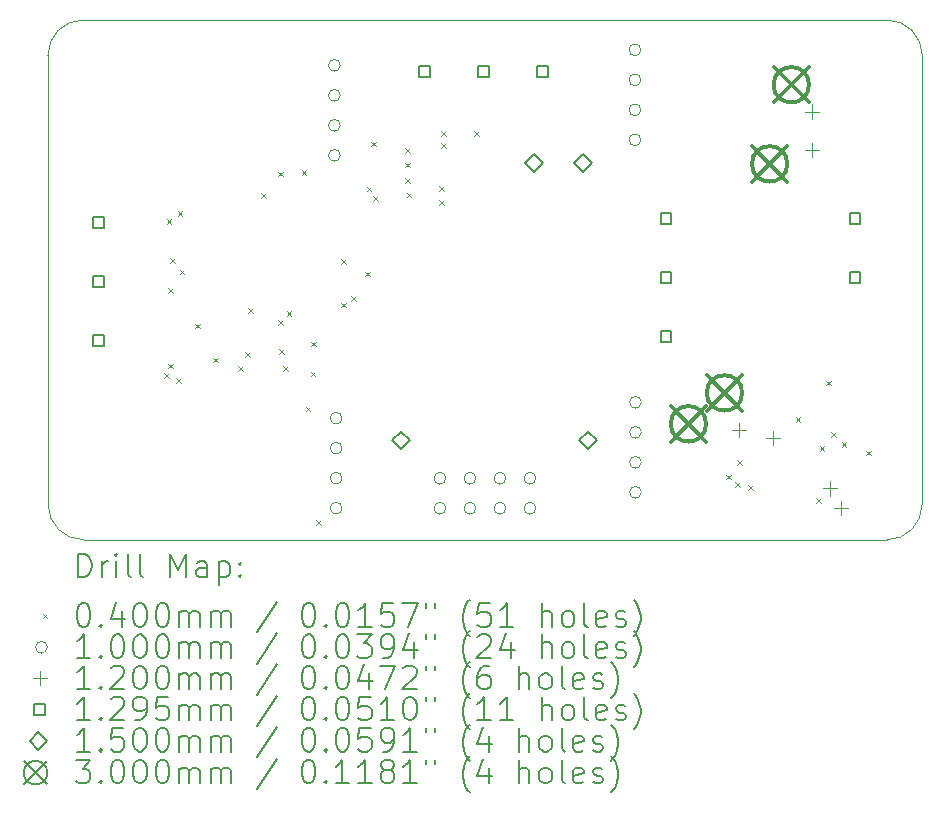
<source format=gbr>
%TF.GenerationSoftware,KiCad,Pcbnew,8.0.5*%
%TF.CreationDate,2025-02-08T17:26:30-06:00*%
%TF.ProjectId,spudglo_driver_v8p0,73707564-676c-46f5-9f64-72697665725f,rev?*%
%TF.SameCoordinates,Original*%
%TF.FileFunction,Drillmap*%
%TF.FilePolarity,Positive*%
%FSLAX45Y45*%
G04 Gerber Fmt 4.5, Leading zero omitted, Abs format (unit mm)*
G04 Created by KiCad (PCBNEW 8.0.5) date 2025-02-08 17:26:30*
%MOMM*%
%LPD*%
G01*
G04 APERTURE LIST*
%ADD10C,0.100000*%
%ADD11C,0.200000*%
%ADD12C,0.120000*%
%ADD13C,0.129540*%
%ADD14C,0.150000*%
%ADD15C,0.300000*%
G04 APERTURE END LIST*
D10*
X14257500Y-17495000D02*
G75*
G02*
X13958757Y-17796230I-298740J-2480D01*
G01*
X14257500Y-17495000D02*
X14258728Y-13693743D01*
X13957500Y-13395000D02*
G75*
G02*
X14258720Y-13693743I2470J-298740D01*
G01*
X6856620Y-17495376D02*
X6855880Y-13695349D01*
X13957500Y-13395000D02*
X7154624Y-13394120D01*
X7157849Y-17794120D02*
G75*
G02*
X6856620Y-17495376I-2479J298740D01*
G01*
X6855880Y-13695349D02*
G75*
G02*
X7154624Y-13394120I298744J2475D01*
G01*
X13958757Y-17796229D02*
X7157849Y-17794120D01*
D11*
D10*
X7843000Y-16384000D02*
X7883000Y-16424000D01*
X7883000Y-16384000D02*
X7843000Y-16424000D01*
X7861000Y-15083513D02*
X7901000Y-15123513D01*
X7901000Y-15083513D02*
X7861000Y-15123513D01*
X7872000Y-15665000D02*
X7912000Y-15705000D01*
X7912000Y-15665000D02*
X7872000Y-15705000D01*
X7874000Y-16304000D02*
X7914000Y-16344000D01*
X7914000Y-16304000D02*
X7874000Y-16344000D01*
X7892000Y-15409000D02*
X7932000Y-15449000D01*
X7932000Y-15409000D02*
X7892000Y-15449000D01*
X7943000Y-16427000D02*
X7983000Y-16467000D01*
X7983000Y-16427000D02*
X7943000Y-16467000D01*
X7955000Y-15012000D02*
X7995000Y-15052000D01*
X7995000Y-15012000D02*
X7955000Y-15052000D01*
X7971000Y-15508000D02*
X8011000Y-15548000D01*
X8011000Y-15508000D02*
X7971000Y-15548000D01*
X8102000Y-15966000D02*
X8142000Y-16006000D01*
X8142000Y-15966000D02*
X8102000Y-16006000D01*
X8256930Y-16253600D02*
X8296930Y-16293600D01*
X8296930Y-16253600D02*
X8256930Y-16293600D01*
X8467000Y-16324000D02*
X8507000Y-16364000D01*
X8507000Y-16324000D02*
X8467000Y-16364000D01*
X8525000Y-16206000D02*
X8565000Y-16246000D01*
X8565000Y-16206000D02*
X8525000Y-16246000D01*
X8551849Y-15836342D02*
X8591849Y-15876342D01*
X8591849Y-15836342D02*
X8551849Y-15876342D01*
X8662000Y-14858000D02*
X8702000Y-14898000D01*
X8702000Y-14858000D02*
X8662000Y-14898000D01*
X8805500Y-15935178D02*
X8845500Y-15975178D01*
X8845500Y-15935178D02*
X8805500Y-15975178D01*
X8808000Y-14679000D02*
X8848000Y-14719000D01*
X8848000Y-14679000D02*
X8808000Y-14719000D01*
X8811000Y-16180000D02*
X8851000Y-16220000D01*
X8851000Y-16180000D02*
X8811000Y-16220000D01*
X8850500Y-16327838D02*
X8890500Y-16367838D01*
X8890500Y-16327838D02*
X8850500Y-16367838D01*
X8878045Y-15862633D02*
X8918045Y-15902633D01*
X8918045Y-15862633D02*
X8878045Y-15902633D01*
X9005000Y-14667947D02*
X9045000Y-14707947D01*
X9045000Y-14667947D02*
X9005000Y-14707947D01*
X9037000Y-16668000D02*
X9077000Y-16708000D01*
X9077000Y-16668000D02*
X9037000Y-16708000D01*
X9081000Y-16371000D02*
X9121000Y-16411000D01*
X9121000Y-16371000D02*
X9081000Y-16411000D01*
X9085000Y-16119000D02*
X9125000Y-16159000D01*
X9125000Y-16119000D02*
X9085000Y-16159000D01*
X9124000Y-17631000D02*
X9164000Y-17671000D01*
X9164000Y-17631000D02*
X9124000Y-17671000D01*
X9336738Y-15419675D02*
X9376738Y-15459675D01*
X9376738Y-15419675D02*
X9336738Y-15459675D01*
X9340488Y-15788748D02*
X9380488Y-15828748D01*
X9380488Y-15788748D02*
X9340488Y-15828748D01*
X9423000Y-15732000D02*
X9463000Y-15772000D01*
X9463000Y-15732000D02*
X9423000Y-15772000D01*
X9540000Y-15526000D02*
X9580000Y-15566000D01*
X9580000Y-15526000D02*
X9540000Y-15566000D01*
X9554820Y-14805769D02*
X9594820Y-14845769D01*
X9594820Y-14805769D02*
X9554820Y-14845769D01*
X9595157Y-14424000D02*
X9635157Y-14464000D01*
X9635157Y-14424000D02*
X9595157Y-14464000D01*
X9610131Y-14889080D02*
X9650131Y-14929080D01*
X9650131Y-14889080D02*
X9610131Y-14929080D01*
X9882000Y-14480000D02*
X9922000Y-14520000D01*
X9922000Y-14480000D02*
X9882000Y-14520000D01*
X9882000Y-14603000D02*
X9922000Y-14643000D01*
X9922000Y-14603000D02*
X9882000Y-14643000D01*
X9882000Y-14733000D02*
X9922000Y-14773000D01*
X9922000Y-14733000D02*
X9882000Y-14773000D01*
X9892000Y-14857000D02*
X9932000Y-14897000D01*
X9932000Y-14857000D02*
X9892000Y-14897000D01*
X10167000Y-14922000D02*
X10207000Y-14962000D01*
X10207000Y-14922000D02*
X10167000Y-14962000D01*
X10169500Y-14801500D02*
X10209500Y-14841500D01*
X10209500Y-14801500D02*
X10169500Y-14841500D01*
X10182990Y-14435883D02*
X10222990Y-14475883D01*
X10222990Y-14435883D02*
X10182990Y-14475883D01*
X10188067Y-14336012D02*
X10228067Y-14376012D01*
X10228067Y-14336012D02*
X10188067Y-14376012D01*
X10466000Y-14337000D02*
X10506000Y-14377000D01*
X10506000Y-14337000D02*
X10466000Y-14377000D01*
X12596000Y-17244000D02*
X12636000Y-17284000D01*
X12636000Y-17244000D02*
X12596000Y-17284000D01*
X12674500Y-17304500D02*
X12714500Y-17344500D01*
X12714500Y-17304500D02*
X12674500Y-17344500D01*
X12694250Y-17119250D02*
X12734250Y-17159250D01*
X12734250Y-17119250D02*
X12694250Y-17159250D01*
X12785000Y-17336000D02*
X12825000Y-17376000D01*
X12825000Y-17336000D02*
X12785000Y-17376000D01*
X13185750Y-16757000D02*
X13225750Y-16797000D01*
X13225750Y-16757000D02*
X13185750Y-16797000D01*
X13360000Y-17443000D02*
X13400000Y-17483000D01*
X13400000Y-17443000D02*
X13360000Y-17483000D01*
X13390000Y-17001000D02*
X13430000Y-17041000D01*
X13430000Y-17001000D02*
X13390000Y-17041000D01*
X13447000Y-16449000D02*
X13487000Y-16489000D01*
X13487000Y-16449000D02*
X13447000Y-16489000D01*
X13488765Y-16884765D02*
X13528765Y-16924765D01*
X13528765Y-16884765D02*
X13488765Y-16924765D01*
X13576000Y-16966000D02*
X13616000Y-17006000D01*
X13616000Y-16966000D02*
X13576000Y-17006000D01*
X13786000Y-17041000D02*
X13826000Y-17081000D01*
X13826000Y-17041000D02*
X13786000Y-17081000D01*
X9331000Y-13779000D02*
G75*
G02*
X9231000Y-13779000I-50000J0D01*
G01*
X9231000Y-13779000D02*
G75*
G02*
X9331000Y-13779000I50000J0D01*
G01*
X9331000Y-14033000D02*
G75*
G02*
X9231000Y-14033000I-50000J0D01*
G01*
X9231000Y-14033000D02*
G75*
G02*
X9331000Y-14033000I50000J0D01*
G01*
X9331000Y-14287000D02*
G75*
G02*
X9231000Y-14287000I-50000J0D01*
G01*
X9231000Y-14287000D02*
G75*
G02*
X9331000Y-14287000I50000J0D01*
G01*
X9331000Y-14541000D02*
G75*
G02*
X9231000Y-14541000I-50000J0D01*
G01*
X9231000Y-14541000D02*
G75*
G02*
X9331000Y-14541000I50000J0D01*
G01*
X9346000Y-16766000D02*
G75*
G02*
X9246000Y-16766000I-50000J0D01*
G01*
X9246000Y-16766000D02*
G75*
G02*
X9346000Y-16766000I50000J0D01*
G01*
X9346000Y-17020000D02*
G75*
G02*
X9246000Y-17020000I-50000J0D01*
G01*
X9246000Y-17020000D02*
G75*
G02*
X9346000Y-17020000I50000J0D01*
G01*
X9346000Y-17274000D02*
G75*
G02*
X9246000Y-17274000I-50000J0D01*
G01*
X9246000Y-17274000D02*
G75*
G02*
X9346000Y-17274000I50000J0D01*
G01*
X9346000Y-17528000D02*
G75*
G02*
X9246000Y-17528000I-50000J0D01*
G01*
X9246000Y-17528000D02*
G75*
G02*
X9346000Y-17528000I50000J0D01*
G01*
X10225000Y-17275000D02*
G75*
G02*
X10125000Y-17275000I-50000J0D01*
G01*
X10125000Y-17275000D02*
G75*
G02*
X10225000Y-17275000I50000J0D01*
G01*
X10225000Y-17529000D02*
G75*
G02*
X10125000Y-17529000I-50000J0D01*
G01*
X10125000Y-17529000D02*
G75*
G02*
X10225000Y-17529000I50000J0D01*
G01*
X10479000Y-17529000D02*
G75*
G02*
X10379000Y-17529000I-50000J0D01*
G01*
X10379000Y-17529000D02*
G75*
G02*
X10479000Y-17529000I50000J0D01*
G01*
X10479000Y-17275000D02*
G75*
G02*
X10379000Y-17275000I-50000J0D01*
G01*
X10379000Y-17275000D02*
G75*
G02*
X10479000Y-17275000I50000J0D01*
G01*
X10733000Y-17275000D02*
G75*
G02*
X10633000Y-17275000I-50000J0D01*
G01*
X10633000Y-17275000D02*
G75*
G02*
X10733000Y-17275000I50000J0D01*
G01*
X10733000Y-17529000D02*
G75*
G02*
X10633000Y-17529000I-50000J0D01*
G01*
X10633000Y-17529000D02*
G75*
G02*
X10733000Y-17529000I50000J0D01*
G01*
X10987000Y-17275000D02*
G75*
G02*
X10887000Y-17275000I-50000J0D01*
G01*
X10887000Y-17275000D02*
G75*
G02*
X10987000Y-17275000I50000J0D01*
G01*
X10987000Y-17529000D02*
G75*
G02*
X10887000Y-17529000I-50000J0D01*
G01*
X10887000Y-17529000D02*
G75*
G02*
X10987000Y-17529000I50000J0D01*
G01*
X11876000Y-13647000D02*
G75*
G02*
X11776000Y-13647000I-50000J0D01*
G01*
X11776000Y-13647000D02*
G75*
G02*
X11876000Y-13647000I50000J0D01*
G01*
X11876000Y-13901000D02*
G75*
G02*
X11776000Y-13901000I-50000J0D01*
G01*
X11776000Y-13901000D02*
G75*
G02*
X11876000Y-13901000I50000J0D01*
G01*
X11876000Y-14155000D02*
G75*
G02*
X11776000Y-14155000I-50000J0D01*
G01*
X11776000Y-14155000D02*
G75*
G02*
X11876000Y-14155000I50000J0D01*
G01*
X11876000Y-14409000D02*
G75*
G02*
X11776000Y-14409000I-50000J0D01*
G01*
X11776000Y-14409000D02*
G75*
G02*
X11876000Y-14409000I50000J0D01*
G01*
X11880000Y-16631000D02*
G75*
G02*
X11780000Y-16631000I-50000J0D01*
G01*
X11780000Y-16631000D02*
G75*
G02*
X11880000Y-16631000I50000J0D01*
G01*
X11880000Y-16885000D02*
G75*
G02*
X11780000Y-16885000I-50000J0D01*
G01*
X11780000Y-16885000D02*
G75*
G02*
X11880000Y-16885000I50000J0D01*
G01*
X11880000Y-17139000D02*
G75*
G02*
X11780000Y-17139000I-50000J0D01*
G01*
X11780000Y-17139000D02*
G75*
G02*
X11880000Y-17139000I50000J0D01*
G01*
X11880000Y-17393000D02*
G75*
G02*
X11780000Y-17393000I-50000J0D01*
G01*
X11780000Y-17393000D02*
G75*
G02*
X11880000Y-17393000I50000J0D01*
G01*
D12*
X12709000Y-16809000D02*
X12709000Y-16929000D01*
X12649000Y-16869000D02*
X12769000Y-16869000D01*
X12995871Y-16872393D02*
X12995871Y-16992393D01*
X12935871Y-16932393D02*
X13055871Y-16932393D01*
X13322000Y-14110000D02*
X13322000Y-14230000D01*
X13262000Y-14170000D02*
X13382000Y-14170000D01*
X13322000Y-14436000D02*
X13322000Y-14556000D01*
X13262000Y-14496000D02*
X13382000Y-14496000D01*
X13481000Y-17301000D02*
X13481000Y-17421000D01*
X13421000Y-17361000D02*
X13541000Y-17361000D01*
X13570000Y-17467000D02*
X13570000Y-17587000D01*
X13510000Y-17527000D02*
X13630000Y-17527000D01*
D13*
X7329800Y-15155800D02*
X7329800Y-15064200D01*
X7238200Y-15064200D01*
X7238200Y-15155800D01*
X7329800Y-15155800D01*
X7329800Y-15655800D02*
X7329800Y-15564200D01*
X7238200Y-15564200D01*
X7238200Y-15655800D01*
X7329800Y-15655800D01*
X7329800Y-16155800D02*
X7329800Y-16064200D01*
X7238200Y-16064200D01*
X7238200Y-16155800D01*
X7329800Y-16155800D01*
X10087800Y-13876800D02*
X10087800Y-13785200D01*
X9996200Y-13785200D01*
X9996200Y-13876800D01*
X10087800Y-13876800D01*
X10587800Y-13876800D02*
X10587800Y-13785200D01*
X10496200Y-13785200D01*
X10496200Y-13876800D01*
X10587800Y-13876800D01*
X11087800Y-13876800D02*
X11087800Y-13785200D01*
X10996200Y-13785200D01*
X10996200Y-13876800D01*
X11087800Y-13876800D01*
X12134800Y-15121800D02*
X12134800Y-15030200D01*
X12043200Y-15030200D01*
X12043200Y-15121800D01*
X12134800Y-15121800D01*
X12134800Y-15621800D02*
X12134800Y-15530200D01*
X12043200Y-15530200D01*
X12043200Y-15621800D01*
X12134800Y-15621800D01*
X12134800Y-16121800D02*
X12134800Y-16030200D01*
X12043200Y-16030200D01*
X12043200Y-16121800D01*
X12134800Y-16121800D01*
X13735800Y-15123800D02*
X13735800Y-15032200D01*
X13644200Y-15032200D01*
X13644200Y-15123800D01*
X13735800Y-15123800D01*
X13735800Y-15623800D02*
X13735800Y-15532200D01*
X13644200Y-15532200D01*
X13644200Y-15623800D01*
X13735800Y-15623800D01*
D14*
X9842500Y-17029500D02*
X9917500Y-16954500D01*
X9842500Y-16879500D01*
X9767500Y-16954500D01*
X9842500Y-17029500D01*
X10974000Y-14680000D02*
X11049000Y-14605000D01*
X10974000Y-14530000D01*
X10899000Y-14605000D01*
X10974000Y-14680000D01*
X11389000Y-14680000D02*
X11464000Y-14605000D01*
X11389000Y-14530000D01*
X11314000Y-14605000D01*
X11389000Y-14680000D01*
X11430000Y-17029500D02*
X11505000Y-16954500D01*
X11430000Y-16879500D01*
X11355000Y-16954500D01*
X11430000Y-17029500D01*
D15*
X12128500Y-16664000D02*
X12428500Y-16964000D01*
X12428500Y-16664000D02*
X12128500Y-16964000D01*
X12428500Y-16814000D02*
G75*
G02*
X12128500Y-16814000I-150000J0D01*
G01*
X12128500Y-16814000D02*
G75*
G02*
X12428500Y-16814000I150000J0D01*
G01*
X12434000Y-16402000D02*
X12734000Y-16702000D01*
X12734000Y-16402000D02*
X12434000Y-16702000D01*
X12734000Y-16552000D02*
G75*
G02*
X12434000Y-16552000I-150000J0D01*
G01*
X12434000Y-16552000D02*
G75*
G02*
X12734000Y-16552000I150000J0D01*
G01*
X12815900Y-14463000D02*
X13115900Y-14763000D01*
X13115900Y-14463000D02*
X12815900Y-14763000D01*
X13115900Y-14613000D02*
G75*
G02*
X12815900Y-14613000I-150000J0D01*
G01*
X12815900Y-14613000D02*
G75*
G02*
X13115900Y-14613000I150000J0D01*
G01*
X12999643Y-13793023D02*
X13299643Y-14093023D01*
X13299643Y-13793023D02*
X12999643Y-14093023D01*
X13299643Y-13943023D02*
G75*
G02*
X12999643Y-13943023I-150000J0D01*
G01*
X12999643Y-13943023D02*
G75*
G02*
X13299643Y-13943023I150000J0D01*
G01*
D11*
X7111647Y-18112714D02*
X7111647Y-17912714D01*
X7111647Y-17912714D02*
X7159266Y-17912714D01*
X7159266Y-17912714D02*
X7187838Y-17922238D01*
X7187838Y-17922238D02*
X7206885Y-17941286D01*
X7206885Y-17941286D02*
X7216409Y-17960333D01*
X7216409Y-17960333D02*
X7225933Y-17998428D01*
X7225933Y-17998428D02*
X7225933Y-18027000D01*
X7225933Y-18027000D02*
X7216409Y-18065095D01*
X7216409Y-18065095D02*
X7206885Y-18084143D01*
X7206885Y-18084143D02*
X7187838Y-18103190D01*
X7187838Y-18103190D02*
X7159266Y-18112714D01*
X7159266Y-18112714D02*
X7111647Y-18112714D01*
X7311647Y-18112714D02*
X7311647Y-17979381D01*
X7311647Y-18017476D02*
X7321171Y-17998428D01*
X7321171Y-17998428D02*
X7330695Y-17988905D01*
X7330695Y-17988905D02*
X7349742Y-17979381D01*
X7349742Y-17979381D02*
X7368790Y-17979381D01*
X7435457Y-18112714D02*
X7435457Y-17979381D01*
X7435457Y-17912714D02*
X7425933Y-17922238D01*
X7425933Y-17922238D02*
X7435457Y-17931762D01*
X7435457Y-17931762D02*
X7444980Y-17922238D01*
X7444980Y-17922238D02*
X7435457Y-17912714D01*
X7435457Y-17912714D02*
X7435457Y-17931762D01*
X7559266Y-18112714D02*
X7540218Y-18103190D01*
X7540218Y-18103190D02*
X7530695Y-18084143D01*
X7530695Y-18084143D02*
X7530695Y-17912714D01*
X7664028Y-18112714D02*
X7644980Y-18103190D01*
X7644980Y-18103190D02*
X7635457Y-18084143D01*
X7635457Y-18084143D02*
X7635457Y-17912714D01*
X7892599Y-18112714D02*
X7892599Y-17912714D01*
X7892599Y-17912714D02*
X7959266Y-18055571D01*
X7959266Y-18055571D02*
X8025933Y-17912714D01*
X8025933Y-17912714D02*
X8025933Y-18112714D01*
X8206885Y-18112714D02*
X8206885Y-18007952D01*
X8206885Y-18007952D02*
X8197361Y-17988905D01*
X8197361Y-17988905D02*
X8178314Y-17979381D01*
X8178314Y-17979381D02*
X8140218Y-17979381D01*
X8140218Y-17979381D02*
X8121171Y-17988905D01*
X8206885Y-18103190D02*
X8187838Y-18112714D01*
X8187838Y-18112714D02*
X8140218Y-18112714D01*
X8140218Y-18112714D02*
X8121171Y-18103190D01*
X8121171Y-18103190D02*
X8111647Y-18084143D01*
X8111647Y-18084143D02*
X8111647Y-18065095D01*
X8111647Y-18065095D02*
X8121171Y-18046047D01*
X8121171Y-18046047D02*
X8140218Y-18036524D01*
X8140218Y-18036524D02*
X8187838Y-18036524D01*
X8187838Y-18036524D02*
X8206885Y-18027000D01*
X8302123Y-17979381D02*
X8302123Y-18179381D01*
X8302123Y-17988905D02*
X8321171Y-17979381D01*
X8321171Y-17979381D02*
X8359266Y-17979381D01*
X8359266Y-17979381D02*
X8378314Y-17988905D01*
X8378314Y-17988905D02*
X8387838Y-17998428D01*
X8387838Y-17998428D02*
X8397361Y-18017476D01*
X8397361Y-18017476D02*
X8397361Y-18074619D01*
X8397361Y-18074619D02*
X8387838Y-18093666D01*
X8387838Y-18093666D02*
X8378314Y-18103190D01*
X8378314Y-18103190D02*
X8359266Y-18112714D01*
X8359266Y-18112714D02*
X8321171Y-18112714D01*
X8321171Y-18112714D02*
X8302123Y-18103190D01*
X8483076Y-18093666D02*
X8492600Y-18103190D01*
X8492600Y-18103190D02*
X8483076Y-18112714D01*
X8483076Y-18112714D02*
X8473552Y-18103190D01*
X8473552Y-18103190D02*
X8483076Y-18093666D01*
X8483076Y-18093666D02*
X8483076Y-18112714D01*
X8483076Y-17988905D02*
X8492600Y-17998428D01*
X8492600Y-17998428D02*
X8483076Y-18007952D01*
X8483076Y-18007952D02*
X8473552Y-17998428D01*
X8473552Y-17998428D02*
X8483076Y-17988905D01*
X8483076Y-17988905D02*
X8483076Y-18007952D01*
D10*
X6810870Y-18421230D02*
X6850870Y-18461230D01*
X6850870Y-18421230D02*
X6810870Y-18461230D01*
D11*
X7149742Y-18332714D02*
X7168790Y-18332714D01*
X7168790Y-18332714D02*
X7187838Y-18342238D01*
X7187838Y-18342238D02*
X7197361Y-18351762D01*
X7197361Y-18351762D02*
X7206885Y-18370809D01*
X7206885Y-18370809D02*
X7216409Y-18408905D01*
X7216409Y-18408905D02*
X7216409Y-18456524D01*
X7216409Y-18456524D02*
X7206885Y-18494619D01*
X7206885Y-18494619D02*
X7197361Y-18513666D01*
X7197361Y-18513666D02*
X7187838Y-18523190D01*
X7187838Y-18523190D02*
X7168790Y-18532714D01*
X7168790Y-18532714D02*
X7149742Y-18532714D01*
X7149742Y-18532714D02*
X7130695Y-18523190D01*
X7130695Y-18523190D02*
X7121171Y-18513666D01*
X7121171Y-18513666D02*
X7111647Y-18494619D01*
X7111647Y-18494619D02*
X7102123Y-18456524D01*
X7102123Y-18456524D02*
X7102123Y-18408905D01*
X7102123Y-18408905D02*
X7111647Y-18370809D01*
X7111647Y-18370809D02*
X7121171Y-18351762D01*
X7121171Y-18351762D02*
X7130695Y-18342238D01*
X7130695Y-18342238D02*
X7149742Y-18332714D01*
X7302123Y-18513666D02*
X7311647Y-18523190D01*
X7311647Y-18523190D02*
X7302123Y-18532714D01*
X7302123Y-18532714D02*
X7292599Y-18523190D01*
X7292599Y-18523190D02*
X7302123Y-18513666D01*
X7302123Y-18513666D02*
X7302123Y-18532714D01*
X7483076Y-18399381D02*
X7483076Y-18532714D01*
X7435457Y-18323190D02*
X7387838Y-18466047D01*
X7387838Y-18466047D02*
X7511647Y-18466047D01*
X7625933Y-18332714D02*
X7644980Y-18332714D01*
X7644980Y-18332714D02*
X7664028Y-18342238D01*
X7664028Y-18342238D02*
X7673552Y-18351762D01*
X7673552Y-18351762D02*
X7683076Y-18370809D01*
X7683076Y-18370809D02*
X7692599Y-18408905D01*
X7692599Y-18408905D02*
X7692599Y-18456524D01*
X7692599Y-18456524D02*
X7683076Y-18494619D01*
X7683076Y-18494619D02*
X7673552Y-18513666D01*
X7673552Y-18513666D02*
X7664028Y-18523190D01*
X7664028Y-18523190D02*
X7644980Y-18532714D01*
X7644980Y-18532714D02*
X7625933Y-18532714D01*
X7625933Y-18532714D02*
X7606885Y-18523190D01*
X7606885Y-18523190D02*
X7597361Y-18513666D01*
X7597361Y-18513666D02*
X7587838Y-18494619D01*
X7587838Y-18494619D02*
X7578314Y-18456524D01*
X7578314Y-18456524D02*
X7578314Y-18408905D01*
X7578314Y-18408905D02*
X7587838Y-18370809D01*
X7587838Y-18370809D02*
X7597361Y-18351762D01*
X7597361Y-18351762D02*
X7606885Y-18342238D01*
X7606885Y-18342238D02*
X7625933Y-18332714D01*
X7816409Y-18332714D02*
X7835457Y-18332714D01*
X7835457Y-18332714D02*
X7854504Y-18342238D01*
X7854504Y-18342238D02*
X7864028Y-18351762D01*
X7864028Y-18351762D02*
X7873552Y-18370809D01*
X7873552Y-18370809D02*
X7883076Y-18408905D01*
X7883076Y-18408905D02*
X7883076Y-18456524D01*
X7883076Y-18456524D02*
X7873552Y-18494619D01*
X7873552Y-18494619D02*
X7864028Y-18513666D01*
X7864028Y-18513666D02*
X7854504Y-18523190D01*
X7854504Y-18523190D02*
X7835457Y-18532714D01*
X7835457Y-18532714D02*
X7816409Y-18532714D01*
X7816409Y-18532714D02*
X7797361Y-18523190D01*
X7797361Y-18523190D02*
X7787838Y-18513666D01*
X7787838Y-18513666D02*
X7778314Y-18494619D01*
X7778314Y-18494619D02*
X7768790Y-18456524D01*
X7768790Y-18456524D02*
X7768790Y-18408905D01*
X7768790Y-18408905D02*
X7778314Y-18370809D01*
X7778314Y-18370809D02*
X7787838Y-18351762D01*
X7787838Y-18351762D02*
X7797361Y-18342238D01*
X7797361Y-18342238D02*
X7816409Y-18332714D01*
X7968790Y-18532714D02*
X7968790Y-18399381D01*
X7968790Y-18418428D02*
X7978314Y-18408905D01*
X7978314Y-18408905D02*
X7997361Y-18399381D01*
X7997361Y-18399381D02*
X8025933Y-18399381D01*
X8025933Y-18399381D02*
X8044980Y-18408905D01*
X8044980Y-18408905D02*
X8054504Y-18427952D01*
X8054504Y-18427952D02*
X8054504Y-18532714D01*
X8054504Y-18427952D02*
X8064028Y-18408905D01*
X8064028Y-18408905D02*
X8083076Y-18399381D01*
X8083076Y-18399381D02*
X8111647Y-18399381D01*
X8111647Y-18399381D02*
X8130695Y-18408905D01*
X8130695Y-18408905D02*
X8140219Y-18427952D01*
X8140219Y-18427952D02*
X8140219Y-18532714D01*
X8235457Y-18532714D02*
X8235457Y-18399381D01*
X8235457Y-18418428D02*
X8244980Y-18408905D01*
X8244980Y-18408905D02*
X8264028Y-18399381D01*
X8264028Y-18399381D02*
X8292600Y-18399381D01*
X8292600Y-18399381D02*
X8311647Y-18408905D01*
X8311647Y-18408905D02*
X8321171Y-18427952D01*
X8321171Y-18427952D02*
X8321171Y-18532714D01*
X8321171Y-18427952D02*
X8330695Y-18408905D01*
X8330695Y-18408905D02*
X8349742Y-18399381D01*
X8349742Y-18399381D02*
X8378314Y-18399381D01*
X8378314Y-18399381D02*
X8397362Y-18408905D01*
X8397362Y-18408905D02*
X8406885Y-18427952D01*
X8406885Y-18427952D02*
X8406885Y-18532714D01*
X8797362Y-18323190D02*
X8625933Y-18580333D01*
X9054504Y-18332714D02*
X9073552Y-18332714D01*
X9073552Y-18332714D02*
X9092600Y-18342238D01*
X9092600Y-18342238D02*
X9102124Y-18351762D01*
X9102124Y-18351762D02*
X9111647Y-18370809D01*
X9111647Y-18370809D02*
X9121171Y-18408905D01*
X9121171Y-18408905D02*
X9121171Y-18456524D01*
X9121171Y-18456524D02*
X9111647Y-18494619D01*
X9111647Y-18494619D02*
X9102124Y-18513666D01*
X9102124Y-18513666D02*
X9092600Y-18523190D01*
X9092600Y-18523190D02*
X9073552Y-18532714D01*
X9073552Y-18532714D02*
X9054504Y-18532714D01*
X9054504Y-18532714D02*
X9035457Y-18523190D01*
X9035457Y-18523190D02*
X9025933Y-18513666D01*
X9025933Y-18513666D02*
X9016409Y-18494619D01*
X9016409Y-18494619D02*
X9006885Y-18456524D01*
X9006885Y-18456524D02*
X9006885Y-18408905D01*
X9006885Y-18408905D02*
X9016409Y-18370809D01*
X9016409Y-18370809D02*
X9025933Y-18351762D01*
X9025933Y-18351762D02*
X9035457Y-18342238D01*
X9035457Y-18342238D02*
X9054504Y-18332714D01*
X9206885Y-18513666D02*
X9216409Y-18523190D01*
X9216409Y-18523190D02*
X9206885Y-18532714D01*
X9206885Y-18532714D02*
X9197362Y-18523190D01*
X9197362Y-18523190D02*
X9206885Y-18513666D01*
X9206885Y-18513666D02*
X9206885Y-18532714D01*
X9340219Y-18332714D02*
X9359266Y-18332714D01*
X9359266Y-18332714D02*
X9378314Y-18342238D01*
X9378314Y-18342238D02*
X9387838Y-18351762D01*
X9387838Y-18351762D02*
X9397362Y-18370809D01*
X9397362Y-18370809D02*
X9406885Y-18408905D01*
X9406885Y-18408905D02*
X9406885Y-18456524D01*
X9406885Y-18456524D02*
X9397362Y-18494619D01*
X9397362Y-18494619D02*
X9387838Y-18513666D01*
X9387838Y-18513666D02*
X9378314Y-18523190D01*
X9378314Y-18523190D02*
X9359266Y-18532714D01*
X9359266Y-18532714D02*
X9340219Y-18532714D01*
X9340219Y-18532714D02*
X9321171Y-18523190D01*
X9321171Y-18523190D02*
X9311647Y-18513666D01*
X9311647Y-18513666D02*
X9302124Y-18494619D01*
X9302124Y-18494619D02*
X9292600Y-18456524D01*
X9292600Y-18456524D02*
X9292600Y-18408905D01*
X9292600Y-18408905D02*
X9302124Y-18370809D01*
X9302124Y-18370809D02*
X9311647Y-18351762D01*
X9311647Y-18351762D02*
X9321171Y-18342238D01*
X9321171Y-18342238D02*
X9340219Y-18332714D01*
X9597362Y-18532714D02*
X9483076Y-18532714D01*
X9540219Y-18532714D02*
X9540219Y-18332714D01*
X9540219Y-18332714D02*
X9521171Y-18361286D01*
X9521171Y-18361286D02*
X9502124Y-18380333D01*
X9502124Y-18380333D02*
X9483076Y-18389857D01*
X9778314Y-18332714D02*
X9683076Y-18332714D01*
X9683076Y-18332714D02*
X9673552Y-18427952D01*
X9673552Y-18427952D02*
X9683076Y-18418428D01*
X9683076Y-18418428D02*
X9702124Y-18408905D01*
X9702124Y-18408905D02*
X9749743Y-18408905D01*
X9749743Y-18408905D02*
X9768790Y-18418428D01*
X9768790Y-18418428D02*
X9778314Y-18427952D01*
X9778314Y-18427952D02*
X9787838Y-18447000D01*
X9787838Y-18447000D02*
X9787838Y-18494619D01*
X9787838Y-18494619D02*
X9778314Y-18513666D01*
X9778314Y-18513666D02*
X9768790Y-18523190D01*
X9768790Y-18523190D02*
X9749743Y-18532714D01*
X9749743Y-18532714D02*
X9702124Y-18532714D01*
X9702124Y-18532714D02*
X9683076Y-18523190D01*
X9683076Y-18523190D02*
X9673552Y-18513666D01*
X9854505Y-18332714D02*
X9987838Y-18332714D01*
X9987838Y-18332714D02*
X9902124Y-18532714D01*
X10054505Y-18332714D02*
X10054505Y-18370809D01*
X10130695Y-18332714D02*
X10130695Y-18370809D01*
X10425933Y-18608905D02*
X10416409Y-18599381D01*
X10416409Y-18599381D02*
X10397362Y-18570809D01*
X10397362Y-18570809D02*
X10387838Y-18551762D01*
X10387838Y-18551762D02*
X10378314Y-18523190D01*
X10378314Y-18523190D02*
X10368790Y-18475571D01*
X10368790Y-18475571D02*
X10368790Y-18437476D01*
X10368790Y-18437476D02*
X10378314Y-18389857D01*
X10378314Y-18389857D02*
X10387838Y-18361286D01*
X10387838Y-18361286D02*
X10397362Y-18342238D01*
X10397362Y-18342238D02*
X10416409Y-18313666D01*
X10416409Y-18313666D02*
X10425933Y-18304143D01*
X10597362Y-18332714D02*
X10502124Y-18332714D01*
X10502124Y-18332714D02*
X10492600Y-18427952D01*
X10492600Y-18427952D02*
X10502124Y-18418428D01*
X10502124Y-18418428D02*
X10521171Y-18408905D01*
X10521171Y-18408905D02*
X10568790Y-18408905D01*
X10568790Y-18408905D02*
X10587838Y-18418428D01*
X10587838Y-18418428D02*
X10597362Y-18427952D01*
X10597362Y-18427952D02*
X10606886Y-18447000D01*
X10606886Y-18447000D02*
X10606886Y-18494619D01*
X10606886Y-18494619D02*
X10597362Y-18513666D01*
X10597362Y-18513666D02*
X10587838Y-18523190D01*
X10587838Y-18523190D02*
X10568790Y-18532714D01*
X10568790Y-18532714D02*
X10521171Y-18532714D01*
X10521171Y-18532714D02*
X10502124Y-18523190D01*
X10502124Y-18523190D02*
X10492600Y-18513666D01*
X10797362Y-18532714D02*
X10683076Y-18532714D01*
X10740219Y-18532714D02*
X10740219Y-18332714D01*
X10740219Y-18332714D02*
X10721171Y-18361286D01*
X10721171Y-18361286D02*
X10702124Y-18380333D01*
X10702124Y-18380333D02*
X10683076Y-18389857D01*
X11035457Y-18532714D02*
X11035457Y-18332714D01*
X11121171Y-18532714D02*
X11121171Y-18427952D01*
X11121171Y-18427952D02*
X11111648Y-18408905D01*
X11111648Y-18408905D02*
X11092600Y-18399381D01*
X11092600Y-18399381D02*
X11064028Y-18399381D01*
X11064028Y-18399381D02*
X11044981Y-18408905D01*
X11044981Y-18408905D02*
X11035457Y-18418428D01*
X11244981Y-18532714D02*
X11225933Y-18523190D01*
X11225933Y-18523190D02*
X11216409Y-18513666D01*
X11216409Y-18513666D02*
X11206886Y-18494619D01*
X11206886Y-18494619D02*
X11206886Y-18437476D01*
X11206886Y-18437476D02*
X11216409Y-18418428D01*
X11216409Y-18418428D02*
X11225933Y-18408905D01*
X11225933Y-18408905D02*
X11244981Y-18399381D01*
X11244981Y-18399381D02*
X11273552Y-18399381D01*
X11273552Y-18399381D02*
X11292600Y-18408905D01*
X11292600Y-18408905D02*
X11302124Y-18418428D01*
X11302124Y-18418428D02*
X11311647Y-18437476D01*
X11311647Y-18437476D02*
X11311647Y-18494619D01*
X11311647Y-18494619D02*
X11302124Y-18513666D01*
X11302124Y-18513666D02*
X11292600Y-18523190D01*
X11292600Y-18523190D02*
X11273552Y-18532714D01*
X11273552Y-18532714D02*
X11244981Y-18532714D01*
X11425933Y-18532714D02*
X11406886Y-18523190D01*
X11406886Y-18523190D02*
X11397362Y-18504143D01*
X11397362Y-18504143D02*
X11397362Y-18332714D01*
X11578314Y-18523190D02*
X11559267Y-18532714D01*
X11559267Y-18532714D02*
X11521171Y-18532714D01*
X11521171Y-18532714D02*
X11502124Y-18523190D01*
X11502124Y-18523190D02*
X11492600Y-18504143D01*
X11492600Y-18504143D02*
X11492600Y-18427952D01*
X11492600Y-18427952D02*
X11502124Y-18408905D01*
X11502124Y-18408905D02*
X11521171Y-18399381D01*
X11521171Y-18399381D02*
X11559267Y-18399381D01*
X11559267Y-18399381D02*
X11578314Y-18408905D01*
X11578314Y-18408905D02*
X11587838Y-18427952D01*
X11587838Y-18427952D02*
X11587838Y-18447000D01*
X11587838Y-18447000D02*
X11492600Y-18466047D01*
X11664028Y-18523190D02*
X11683076Y-18532714D01*
X11683076Y-18532714D02*
X11721171Y-18532714D01*
X11721171Y-18532714D02*
X11740219Y-18523190D01*
X11740219Y-18523190D02*
X11749743Y-18504143D01*
X11749743Y-18504143D02*
X11749743Y-18494619D01*
X11749743Y-18494619D02*
X11740219Y-18475571D01*
X11740219Y-18475571D02*
X11721171Y-18466047D01*
X11721171Y-18466047D02*
X11692600Y-18466047D01*
X11692600Y-18466047D02*
X11673552Y-18456524D01*
X11673552Y-18456524D02*
X11664028Y-18437476D01*
X11664028Y-18437476D02*
X11664028Y-18427952D01*
X11664028Y-18427952D02*
X11673552Y-18408905D01*
X11673552Y-18408905D02*
X11692600Y-18399381D01*
X11692600Y-18399381D02*
X11721171Y-18399381D01*
X11721171Y-18399381D02*
X11740219Y-18408905D01*
X11816409Y-18608905D02*
X11825933Y-18599381D01*
X11825933Y-18599381D02*
X11844981Y-18570809D01*
X11844981Y-18570809D02*
X11854505Y-18551762D01*
X11854505Y-18551762D02*
X11864028Y-18523190D01*
X11864028Y-18523190D02*
X11873552Y-18475571D01*
X11873552Y-18475571D02*
X11873552Y-18437476D01*
X11873552Y-18437476D02*
X11864028Y-18389857D01*
X11864028Y-18389857D02*
X11854505Y-18361286D01*
X11854505Y-18361286D02*
X11844981Y-18342238D01*
X11844981Y-18342238D02*
X11825933Y-18313666D01*
X11825933Y-18313666D02*
X11816409Y-18304143D01*
D10*
X6850870Y-18705230D02*
G75*
G02*
X6750870Y-18705230I-50000J0D01*
G01*
X6750870Y-18705230D02*
G75*
G02*
X6850870Y-18705230I50000J0D01*
G01*
D11*
X7216409Y-18796714D02*
X7102123Y-18796714D01*
X7159266Y-18796714D02*
X7159266Y-18596714D01*
X7159266Y-18596714D02*
X7140218Y-18625286D01*
X7140218Y-18625286D02*
X7121171Y-18644333D01*
X7121171Y-18644333D02*
X7102123Y-18653857D01*
X7302123Y-18777666D02*
X7311647Y-18787190D01*
X7311647Y-18787190D02*
X7302123Y-18796714D01*
X7302123Y-18796714D02*
X7292599Y-18787190D01*
X7292599Y-18787190D02*
X7302123Y-18777666D01*
X7302123Y-18777666D02*
X7302123Y-18796714D01*
X7435457Y-18596714D02*
X7454504Y-18596714D01*
X7454504Y-18596714D02*
X7473552Y-18606238D01*
X7473552Y-18606238D02*
X7483076Y-18615762D01*
X7483076Y-18615762D02*
X7492599Y-18634809D01*
X7492599Y-18634809D02*
X7502123Y-18672905D01*
X7502123Y-18672905D02*
X7502123Y-18720524D01*
X7502123Y-18720524D02*
X7492599Y-18758619D01*
X7492599Y-18758619D02*
X7483076Y-18777666D01*
X7483076Y-18777666D02*
X7473552Y-18787190D01*
X7473552Y-18787190D02*
X7454504Y-18796714D01*
X7454504Y-18796714D02*
X7435457Y-18796714D01*
X7435457Y-18796714D02*
X7416409Y-18787190D01*
X7416409Y-18787190D02*
X7406885Y-18777666D01*
X7406885Y-18777666D02*
X7397361Y-18758619D01*
X7397361Y-18758619D02*
X7387838Y-18720524D01*
X7387838Y-18720524D02*
X7387838Y-18672905D01*
X7387838Y-18672905D02*
X7397361Y-18634809D01*
X7397361Y-18634809D02*
X7406885Y-18615762D01*
X7406885Y-18615762D02*
X7416409Y-18606238D01*
X7416409Y-18606238D02*
X7435457Y-18596714D01*
X7625933Y-18596714D02*
X7644980Y-18596714D01*
X7644980Y-18596714D02*
X7664028Y-18606238D01*
X7664028Y-18606238D02*
X7673552Y-18615762D01*
X7673552Y-18615762D02*
X7683076Y-18634809D01*
X7683076Y-18634809D02*
X7692599Y-18672905D01*
X7692599Y-18672905D02*
X7692599Y-18720524D01*
X7692599Y-18720524D02*
X7683076Y-18758619D01*
X7683076Y-18758619D02*
X7673552Y-18777666D01*
X7673552Y-18777666D02*
X7664028Y-18787190D01*
X7664028Y-18787190D02*
X7644980Y-18796714D01*
X7644980Y-18796714D02*
X7625933Y-18796714D01*
X7625933Y-18796714D02*
X7606885Y-18787190D01*
X7606885Y-18787190D02*
X7597361Y-18777666D01*
X7597361Y-18777666D02*
X7587838Y-18758619D01*
X7587838Y-18758619D02*
X7578314Y-18720524D01*
X7578314Y-18720524D02*
X7578314Y-18672905D01*
X7578314Y-18672905D02*
X7587838Y-18634809D01*
X7587838Y-18634809D02*
X7597361Y-18615762D01*
X7597361Y-18615762D02*
X7606885Y-18606238D01*
X7606885Y-18606238D02*
X7625933Y-18596714D01*
X7816409Y-18596714D02*
X7835457Y-18596714D01*
X7835457Y-18596714D02*
X7854504Y-18606238D01*
X7854504Y-18606238D02*
X7864028Y-18615762D01*
X7864028Y-18615762D02*
X7873552Y-18634809D01*
X7873552Y-18634809D02*
X7883076Y-18672905D01*
X7883076Y-18672905D02*
X7883076Y-18720524D01*
X7883076Y-18720524D02*
X7873552Y-18758619D01*
X7873552Y-18758619D02*
X7864028Y-18777666D01*
X7864028Y-18777666D02*
X7854504Y-18787190D01*
X7854504Y-18787190D02*
X7835457Y-18796714D01*
X7835457Y-18796714D02*
X7816409Y-18796714D01*
X7816409Y-18796714D02*
X7797361Y-18787190D01*
X7797361Y-18787190D02*
X7787838Y-18777666D01*
X7787838Y-18777666D02*
X7778314Y-18758619D01*
X7778314Y-18758619D02*
X7768790Y-18720524D01*
X7768790Y-18720524D02*
X7768790Y-18672905D01*
X7768790Y-18672905D02*
X7778314Y-18634809D01*
X7778314Y-18634809D02*
X7787838Y-18615762D01*
X7787838Y-18615762D02*
X7797361Y-18606238D01*
X7797361Y-18606238D02*
X7816409Y-18596714D01*
X7968790Y-18796714D02*
X7968790Y-18663381D01*
X7968790Y-18682428D02*
X7978314Y-18672905D01*
X7978314Y-18672905D02*
X7997361Y-18663381D01*
X7997361Y-18663381D02*
X8025933Y-18663381D01*
X8025933Y-18663381D02*
X8044980Y-18672905D01*
X8044980Y-18672905D02*
X8054504Y-18691952D01*
X8054504Y-18691952D02*
X8054504Y-18796714D01*
X8054504Y-18691952D02*
X8064028Y-18672905D01*
X8064028Y-18672905D02*
X8083076Y-18663381D01*
X8083076Y-18663381D02*
X8111647Y-18663381D01*
X8111647Y-18663381D02*
X8130695Y-18672905D01*
X8130695Y-18672905D02*
X8140219Y-18691952D01*
X8140219Y-18691952D02*
X8140219Y-18796714D01*
X8235457Y-18796714D02*
X8235457Y-18663381D01*
X8235457Y-18682428D02*
X8244980Y-18672905D01*
X8244980Y-18672905D02*
X8264028Y-18663381D01*
X8264028Y-18663381D02*
X8292600Y-18663381D01*
X8292600Y-18663381D02*
X8311647Y-18672905D01*
X8311647Y-18672905D02*
X8321171Y-18691952D01*
X8321171Y-18691952D02*
X8321171Y-18796714D01*
X8321171Y-18691952D02*
X8330695Y-18672905D01*
X8330695Y-18672905D02*
X8349742Y-18663381D01*
X8349742Y-18663381D02*
X8378314Y-18663381D01*
X8378314Y-18663381D02*
X8397362Y-18672905D01*
X8397362Y-18672905D02*
X8406885Y-18691952D01*
X8406885Y-18691952D02*
X8406885Y-18796714D01*
X8797362Y-18587190D02*
X8625933Y-18844333D01*
X9054504Y-18596714D02*
X9073552Y-18596714D01*
X9073552Y-18596714D02*
X9092600Y-18606238D01*
X9092600Y-18606238D02*
X9102124Y-18615762D01*
X9102124Y-18615762D02*
X9111647Y-18634809D01*
X9111647Y-18634809D02*
X9121171Y-18672905D01*
X9121171Y-18672905D02*
X9121171Y-18720524D01*
X9121171Y-18720524D02*
X9111647Y-18758619D01*
X9111647Y-18758619D02*
X9102124Y-18777666D01*
X9102124Y-18777666D02*
X9092600Y-18787190D01*
X9092600Y-18787190D02*
X9073552Y-18796714D01*
X9073552Y-18796714D02*
X9054504Y-18796714D01*
X9054504Y-18796714D02*
X9035457Y-18787190D01*
X9035457Y-18787190D02*
X9025933Y-18777666D01*
X9025933Y-18777666D02*
X9016409Y-18758619D01*
X9016409Y-18758619D02*
X9006885Y-18720524D01*
X9006885Y-18720524D02*
X9006885Y-18672905D01*
X9006885Y-18672905D02*
X9016409Y-18634809D01*
X9016409Y-18634809D02*
X9025933Y-18615762D01*
X9025933Y-18615762D02*
X9035457Y-18606238D01*
X9035457Y-18606238D02*
X9054504Y-18596714D01*
X9206885Y-18777666D02*
X9216409Y-18787190D01*
X9216409Y-18787190D02*
X9206885Y-18796714D01*
X9206885Y-18796714D02*
X9197362Y-18787190D01*
X9197362Y-18787190D02*
X9206885Y-18777666D01*
X9206885Y-18777666D02*
X9206885Y-18796714D01*
X9340219Y-18596714D02*
X9359266Y-18596714D01*
X9359266Y-18596714D02*
X9378314Y-18606238D01*
X9378314Y-18606238D02*
X9387838Y-18615762D01*
X9387838Y-18615762D02*
X9397362Y-18634809D01*
X9397362Y-18634809D02*
X9406885Y-18672905D01*
X9406885Y-18672905D02*
X9406885Y-18720524D01*
X9406885Y-18720524D02*
X9397362Y-18758619D01*
X9397362Y-18758619D02*
X9387838Y-18777666D01*
X9387838Y-18777666D02*
X9378314Y-18787190D01*
X9378314Y-18787190D02*
X9359266Y-18796714D01*
X9359266Y-18796714D02*
X9340219Y-18796714D01*
X9340219Y-18796714D02*
X9321171Y-18787190D01*
X9321171Y-18787190D02*
X9311647Y-18777666D01*
X9311647Y-18777666D02*
X9302124Y-18758619D01*
X9302124Y-18758619D02*
X9292600Y-18720524D01*
X9292600Y-18720524D02*
X9292600Y-18672905D01*
X9292600Y-18672905D02*
X9302124Y-18634809D01*
X9302124Y-18634809D02*
X9311647Y-18615762D01*
X9311647Y-18615762D02*
X9321171Y-18606238D01*
X9321171Y-18606238D02*
X9340219Y-18596714D01*
X9473552Y-18596714D02*
X9597362Y-18596714D01*
X9597362Y-18596714D02*
X9530695Y-18672905D01*
X9530695Y-18672905D02*
X9559266Y-18672905D01*
X9559266Y-18672905D02*
X9578314Y-18682428D01*
X9578314Y-18682428D02*
X9587838Y-18691952D01*
X9587838Y-18691952D02*
X9597362Y-18711000D01*
X9597362Y-18711000D02*
X9597362Y-18758619D01*
X9597362Y-18758619D02*
X9587838Y-18777666D01*
X9587838Y-18777666D02*
X9578314Y-18787190D01*
X9578314Y-18787190D02*
X9559266Y-18796714D01*
X9559266Y-18796714D02*
X9502124Y-18796714D01*
X9502124Y-18796714D02*
X9483076Y-18787190D01*
X9483076Y-18787190D02*
X9473552Y-18777666D01*
X9692600Y-18796714D02*
X9730695Y-18796714D01*
X9730695Y-18796714D02*
X9749743Y-18787190D01*
X9749743Y-18787190D02*
X9759266Y-18777666D01*
X9759266Y-18777666D02*
X9778314Y-18749095D01*
X9778314Y-18749095D02*
X9787838Y-18711000D01*
X9787838Y-18711000D02*
X9787838Y-18634809D01*
X9787838Y-18634809D02*
X9778314Y-18615762D01*
X9778314Y-18615762D02*
X9768790Y-18606238D01*
X9768790Y-18606238D02*
X9749743Y-18596714D01*
X9749743Y-18596714D02*
X9711647Y-18596714D01*
X9711647Y-18596714D02*
X9692600Y-18606238D01*
X9692600Y-18606238D02*
X9683076Y-18615762D01*
X9683076Y-18615762D02*
X9673552Y-18634809D01*
X9673552Y-18634809D02*
X9673552Y-18682428D01*
X9673552Y-18682428D02*
X9683076Y-18701476D01*
X9683076Y-18701476D02*
X9692600Y-18711000D01*
X9692600Y-18711000D02*
X9711647Y-18720524D01*
X9711647Y-18720524D02*
X9749743Y-18720524D01*
X9749743Y-18720524D02*
X9768790Y-18711000D01*
X9768790Y-18711000D02*
X9778314Y-18701476D01*
X9778314Y-18701476D02*
X9787838Y-18682428D01*
X9959266Y-18663381D02*
X9959266Y-18796714D01*
X9911647Y-18587190D02*
X9864028Y-18730047D01*
X9864028Y-18730047D02*
X9987838Y-18730047D01*
X10054505Y-18596714D02*
X10054505Y-18634809D01*
X10130695Y-18596714D02*
X10130695Y-18634809D01*
X10425933Y-18872905D02*
X10416409Y-18863381D01*
X10416409Y-18863381D02*
X10397362Y-18834809D01*
X10397362Y-18834809D02*
X10387838Y-18815762D01*
X10387838Y-18815762D02*
X10378314Y-18787190D01*
X10378314Y-18787190D02*
X10368790Y-18739571D01*
X10368790Y-18739571D02*
X10368790Y-18701476D01*
X10368790Y-18701476D02*
X10378314Y-18653857D01*
X10378314Y-18653857D02*
X10387838Y-18625286D01*
X10387838Y-18625286D02*
X10397362Y-18606238D01*
X10397362Y-18606238D02*
X10416409Y-18577666D01*
X10416409Y-18577666D02*
X10425933Y-18568143D01*
X10492600Y-18615762D02*
X10502124Y-18606238D01*
X10502124Y-18606238D02*
X10521171Y-18596714D01*
X10521171Y-18596714D02*
X10568790Y-18596714D01*
X10568790Y-18596714D02*
X10587838Y-18606238D01*
X10587838Y-18606238D02*
X10597362Y-18615762D01*
X10597362Y-18615762D02*
X10606886Y-18634809D01*
X10606886Y-18634809D02*
X10606886Y-18653857D01*
X10606886Y-18653857D02*
X10597362Y-18682428D01*
X10597362Y-18682428D02*
X10483076Y-18796714D01*
X10483076Y-18796714D02*
X10606886Y-18796714D01*
X10778314Y-18663381D02*
X10778314Y-18796714D01*
X10730695Y-18587190D02*
X10683076Y-18730047D01*
X10683076Y-18730047D02*
X10806886Y-18730047D01*
X11035457Y-18796714D02*
X11035457Y-18596714D01*
X11121171Y-18796714D02*
X11121171Y-18691952D01*
X11121171Y-18691952D02*
X11111648Y-18672905D01*
X11111648Y-18672905D02*
X11092600Y-18663381D01*
X11092600Y-18663381D02*
X11064028Y-18663381D01*
X11064028Y-18663381D02*
X11044981Y-18672905D01*
X11044981Y-18672905D02*
X11035457Y-18682428D01*
X11244981Y-18796714D02*
X11225933Y-18787190D01*
X11225933Y-18787190D02*
X11216409Y-18777666D01*
X11216409Y-18777666D02*
X11206886Y-18758619D01*
X11206886Y-18758619D02*
X11206886Y-18701476D01*
X11206886Y-18701476D02*
X11216409Y-18682428D01*
X11216409Y-18682428D02*
X11225933Y-18672905D01*
X11225933Y-18672905D02*
X11244981Y-18663381D01*
X11244981Y-18663381D02*
X11273552Y-18663381D01*
X11273552Y-18663381D02*
X11292600Y-18672905D01*
X11292600Y-18672905D02*
X11302124Y-18682428D01*
X11302124Y-18682428D02*
X11311647Y-18701476D01*
X11311647Y-18701476D02*
X11311647Y-18758619D01*
X11311647Y-18758619D02*
X11302124Y-18777666D01*
X11302124Y-18777666D02*
X11292600Y-18787190D01*
X11292600Y-18787190D02*
X11273552Y-18796714D01*
X11273552Y-18796714D02*
X11244981Y-18796714D01*
X11425933Y-18796714D02*
X11406886Y-18787190D01*
X11406886Y-18787190D02*
X11397362Y-18768143D01*
X11397362Y-18768143D02*
X11397362Y-18596714D01*
X11578314Y-18787190D02*
X11559267Y-18796714D01*
X11559267Y-18796714D02*
X11521171Y-18796714D01*
X11521171Y-18796714D02*
X11502124Y-18787190D01*
X11502124Y-18787190D02*
X11492600Y-18768143D01*
X11492600Y-18768143D02*
X11492600Y-18691952D01*
X11492600Y-18691952D02*
X11502124Y-18672905D01*
X11502124Y-18672905D02*
X11521171Y-18663381D01*
X11521171Y-18663381D02*
X11559267Y-18663381D01*
X11559267Y-18663381D02*
X11578314Y-18672905D01*
X11578314Y-18672905D02*
X11587838Y-18691952D01*
X11587838Y-18691952D02*
X11587838Y-18711000D01*
X11587838Y-18711000D02*
X11492600Y-18730047D01*
X11664028Y-18787190D02*
X11683076Y-18796714D01*
X11683076Y-18796714D02*
X11721171Y-18796714D01*
X11721171Y-18796714D02*
X11740219Y-18787190D01*
X11740219Y-18787190D02*
X11749743Y-18768143D01*
X11749743Y-18768143D02*
X11749743Y-18758619D01*
X11749743Y-18758619D02*
X11740219Y-18739571D01*
X11740219Y-18739571D02*
X11721171Y-18730047D01*
X11721171Y-18730047D02*
X11692600Y-18730047D01*
X11692600Y-18730047D02*
X11673552Y-18720524D01*
X11673552Y-18720524D02*
X11664028Y-18701476D01*
X11664028Y-18701476D02*
X11664028Y-18691952D01*
X11664028Y-18691952D02*
X11673552Y-18672905D01*
X11673552Y-18672905D02*
X11692600Y-18663381D01*
X11692600Y-18663381D02*
X11721171Y-18663381D01*
X11721171Y-18663381D02*
X11740219Y-18672905D01*
X11816409Y-18872905D02*
X11825933Y-18863381D01*
X11825933Y-18863381D02*
X11844981Y-18834809D01*
X11844981Y-18834809D02*
X11854505Y-18815762D01*
X11854505Y-18815762D02*
X11864028Y-18787190D01*
X11864028Y-18787190D02*
X11873552Y-18739571D01*
X11873552Y-18739571D02*
X11873552Y-18701476D01*
X11873552Y-18701476D02*
X11864028Y-18653857D01*
X11864028Y-18653857D02*
X11854505Y-18625286D01*
X11854505Y-18625286D02*
X11844981Y-18606238D01*
X11844981Y-18606238D02*
X11825933Y-18577666D01*
X11825933Y-18577666D02*
X11816409Y-18568143D01*
D12*
X6790870Y-18909230D02*
X6790870Y-19029230D01*
X6730870Y-18969230D02*
X6850870Y-18969230D01*
D11*
X7216409Y-19060714D02*
X7102123Y-19060714D01*
X7159266Y-19060714D02*
X7159266Y-18860714D01*
X7159266Y-18860714D02*
X7140218Y-18889286D01*
X7140218Y-18889286D02*
X7121171Y-18908333D01*
X7121171Y-18908333D02*
X7102123Y-18917857D01*
X7302123Y-19041666D02*
X7311647Y-19051190D01*
X7311647Y-19051190D02*
X7302123Y-19060714D01*
X7302123Y-19060714D02*
X7292599Y-19051190D01*
X7292599Y-19051190D02*
X7302123Y-19041666D01*
X7302123Y-19041666D02*
X7302123Y-19060714D01*
X7387838Y-18879762D02*
X7397361Y-18870238D01*
X7397361Y-18870238D02*
X7416409Y-18860714D01*
X7416409Y-18860714D02*
X7464028Y-18860714D01*
X7464028Y-18860714D02*
X7483076Y-18870238D01*
X7483076Y-18870238D02*
X7492599Y-18879762D01*
X7492599Y-18879762D02*
X7502123Y-18898809D01*
X7502123Y-18898809D02*
X7502123Y-18917857D01*
X7502123Y-18917857D02*
X7492599Y-18946428D01*
X7492599Y-18946428D02*
X7378314Y-19060714D01*
X7378314Y-19060714D02*
X7502123Y-19060714D01*
X7625933Y-18860714D02*
X7644980Y-18860714D01*
X7644980Y-18860714D02*
X7664028Y-18870238D01*
X7664028Y-18870238D02*
X7673552Y-18879762D01*
X7673552Y-18879762D02*
X7683076Y-18898809D01*
X7683076Y-18898809D02*
X7692599Y-18936905D01*
X7692599Y-18936905D02*
X7692599Y-18984524D01*
X7692599Y-18984524D02*
X7683076Y-19022619D01*
X7683076Y-19022619D02*
X7673552Y-19041666D01*
X7673552Y-19041666D02*
X7664028Y-19051190D01*
X7664028Y-19051190D02*
X7644980Y-19060714D01*
X7644980Y-19060714D02*
X7625933Y-19060714D01*
X7625933Y-19060714D02*
X7606885Y-19051190D01*
X7606885Y-19051190D02*
X7597361Y-19041666D01*
X7597361Y-19041666D02*
X7587838Y-19022619D01*
X7587838Y-19022619D02*
X7578314Y-18984524D01*
X7578314Y-18984524D02*
X7578314Y-18936905D01*
X7578314Y-18936905D02*
X7587838Y-18898809D01*
X7587838Y-18898809D02*
X7597361Y-18879762D01*
X7597361Y-18879762D02*
X7606885Y-18870238D01*
X7606885Y-18870238D02*
X7625933Y-18860714D01*
X7816409Y-18860714D02*
X7835457Y-18860714D01*
X7835457Y-18860714D02*
X7854504Y-18870238D01*
X7854504Y-18870238D02*
X7864028Y-18879762D01*
X7864028Y-18879762D02*
X7873552Y-18898809D01*
X7873552Y-18898809D02*
X7883076Y-18936905D01*
X7883076Y-18936905D02*
X7883076Y-18984524D01*
X7883076Y-18984524D02*
X7873552Y-19022619D01*
X7873552Y-19022619D02*
X7864028Y-19041666D01*
X7864028Y-19041666D02*
X7854504Y-19051190D01*
X7854504Y-19051190D02*
X7835457Y-19060714D01*
X7835457Y-19060714D02*
X7816409Y-19060714D01*
X7816409Y-19060714D02*
X7797361Y-19051190D01*
X7797361Y-19051190D02*
X7787838Y-19041666D01*
X7787838Y-19041666D02*
X7778314Y-19022619D01*
X7778314Y-19022619D02*
X7768790Y-18984524D01*
X7768790Y-18984524D02*
X7768790Y-18936905D01*
X7768790Y-18936905D02*
X7778314Y-18898809D01*
X7778314Y-18898809D02*
X7787838Y-18879762D01*
X7787838Y-18879762D02*
X7797361Y-18870238D01*
X7797361Y-18870238D02*
X7816409Y-18860714D01*
X7968790Y-19060714D02*
X7968790Y-18927381D01*
X7968790Y-18946428D02*
X7978314Y-18936905D01*
X7978314Y-18936905D02*
X7997361Y-18927381D01*
X7997361Y-18927381D02*
X8025933Y-18927381D01*
X8025933Y-18927381D02*
X8044980Y-18936905D01*
X8044980Y-18936905D02*
X8054504Y-18955952D01*
X8054504Y-18955952D02*
X8054504Y-19060714D01*
X8054504Y-18955952D02*
X8064028Y-18936905D01*
X8064028Y-18936905D02*
X8083076Y-18927381D01*
X8083076Y-18927381D02*
X8111647Y-18927381D01*
X8111647Y-18927381D02*
X8130695Y-18936905D01*
X8130695Y-18936905D02*
X8140219Y-18955952D01*
X8140219Y-18955952D02*
X8140219Y-19060714D01*
X8235457Y-19060714D02*
X8235457Y-18927381D01*
X8235457Y-18946428D02*
X8244980Y-18936905D01*
X8244980Y-18936905D02*
X8264028Y-18927381D01*
X8264028Y-18927381D02*
X8292600Y-18927381D01*
X8292600Y-18927381D02*
X8311647Y-18936905D01*
X8311647Y-18936905D02*
X8321171Y-18955952D01*
X8321171Y-18955952D02*
X8321171Y-19060714D01*
X8321171Y-18955952D02*
X8330695Y-18936905D01*
X8330695Y-18936905D02*
X8349742Y-18927381D01*
X8349742Y-18927381D02*
X8378314Y-18927381D01*
X8378314Y-18927381D02*
X8397362Y-18936905D01*
X8397362Y-18936905D02*
X8406885Y-18955952D01*
X8406885Y-18955952D02*
X8406885Y-19060714D01*
X8797362Y-18851190D02*
X8625933Y-19108333D01*
X9054504Y-18860714D02*
X9073552Y-18860714D01*
X9073552Y-18860714D02*
X9092600Y-18870238D01*
X9092600Y-18870238D02*
X9102124Y-18879762D01*
X9102124Y-18879762D02*
X9111647Y-18898809D01*
X9111647Y-18898809D02*
X9121171Y-18936905D01*
X9121171Y-18936905D02*
X9121171Y-18984524D01*
X9121171Y-18984524D02*
X9111647Y-19022619D01*
X9111647Y-19022619D02*
X9102124Y-19041666D01*
X9102124Y-19041666D02*
X9092600Y-19051190D01*
X9092600Y-19051190D02*
X9073552Y-19060714D01*
X9073552Y-19060714D02*
X9054504Y-19060714D01*
X9054504Y-19060714D02*
X9035457Y-19051190D01*
X9035457Y-19051190D02*
X9025933Y-19041666D01*
X9025933Y-19041666D02*
X9016409Y-19022619D01*
X9016409Y-19022619D02*
X9006885Y-18984524D01*
X9006885Y-18984524D02*
X9006885Y-18936905D01*
X9006885Y-18936905D02*
X9016409Y-18898809D01*
X9016409Y-18898809D02*
X9025933Y-18879762D01*
X9025933Y-18879762D02*
X9035457Y-18870238D01*
X9035457Y-18870238D02*
X9054504Y-18860714D01*
X9206885Y-19041666D02*
X9216409Y-19051190D01*
X9216409Y-19051190D02*
X9206885Y-19060714D01*
X9206885Y-19060714D02*
X9197362Y-19051190D01*
X9197362Y-19051190D02*
X9206885Y-19041666D01*
X9206885Y-19041666D02*
X9206885Y-19060714D01*
X9340219Y-18860714D02*
X9359266Y-18860714D01*
X9359266Y-18860714D02*
X9378314Y-18870238D01*
X9378314Y-18870238D02*
X9387838Y-18879762D01*
X9387838Y-18879762D02*
X9397362Y-18898809D01*
X9397362Y-18898809D02*
X9406885Y-18936905D01*
X9406885Y-18936905D02*
X9406885Y-18984524D01*
X9406885Y-18984524D02*
X9397362Y-19022619D01*
X9397362Y-19022619D02*
X9387838Y-19041666D01*
X9387838Y-19041666D02*
X9378314Y-19051190D01*
X9378314Y-19051190D02*
X9359266Y-19060714D01*
X9359266Y-19060714D02*
X9340219Y-19060714D01*
X9340219Y-19060714D02*
X9321171Y-19051190D01*
X9321171Y-19051190D02*
X9311647Y-19041666D01*
X9311647Y-19041666D02*
X9302124Y-19022619D01*
X9302124Y-19022619D02*
X9292600Y-18984524D01*
X9292600Y-18984524D02*
X9292600Y-18936905D01*
X9292600Y-18936905D02*
X9302124Y-18898809D01*
X9302124Y-18898809D02*
X9311647Y-18879762D01*
X9311647Y-18879762D02*
X9321171Y-18870238D01*
X9321171Y-18870238D02*
X9340219Y-18860714D01*
X9578314Y-18927381D02*
X9578314Y-19060714D01*
X9530695Y-18851190D02*
X9483076Y-18994047D01*
X9483076Y-18994047D02*
X9606885Y-18994047D01*
X9664028Y-18860714D02*
X9797362Y-18860714D01*
X9797362Y-18860714D02*
X9711647Y-19060714D01*
X9864028Y-18879762D02*
X9873552Y-18870238D01*
X9873552Y-18870238D02*
X9892600Y-18860714D01*
X9892600Y-18860714D02*
X9940219Y-18860714D01*
X9940219Y-18860714D02*
X9959266Y-18870238D01*
X9959266Y-18870238D02*
X9968790Y-18879762D01*
X9968790Y-18879762D02*
X9978314Y-18898809D01*
X9978314Y-18898809D02*
X9978314Y-18917857D01*
X9978314Y-18917857D02*
X9968790Y-18946428D01*
X9968790Y-18946428D02*
X9854505Y-19060714D01*
X9854505Y-19060714D02*
X9978314Y-19060714D01*
X10054505Y-18860714D02*
X10054505Y-18898809D01*
X10130695Y-18860714D02*
X10130695Y-18898809D01*
X10425933Y-19136905D02*
X10416409Y-19127381D01*
X10416409Y-19127381D02*
X10397362Y-19098809D01*
X10397362Y-19098809D02*
X10387838Y-19079762D01*
X10387838Y-19079762D02*
X10378314Y-19051190D01*
X10378314Y-19051190D02*
X10368790Y-19003571D01*
X10368790Y-19003571D02*
X10368790Y-18965476D01*
X10368790Y-18965476D02*
X10378314Y-18917857D01*
X10378314Y-18917857D02*
X10387838Y-18889286D01*
X10387838Y-18889286D02*
X10397362Y-18870238D01*
X10397362Y-18870238D02*
X10416409Y-18841666D01*
X10416409Y-18841666D02*
X10425933Y-18832143D01*
X10587838Y-18860714D02*
X10549743Y-18860714D01*
X10549743Y-18860714D02*
X10530695Y-18870238D01*
X10530695Y-18870238D02*
X10521171Y-18879762D01*
X10521171Y-18879762D02*
X10502124Y-18908333D01*
X10502124Y-18908333D02*
X10492600Y-18946428D01*
X10492600Y-18946428D02*
X10492600Y-19022619D01*
X10492600Y-19022619D02*
X10502124Y-19041666D01*
X10502124Y-19041666D02*
X10511647Y-19051190D01*
X10511647Y-19051190D02*
X10530695Y-19060714D01*
X10530695Y-19060714D02*
X10568790Y-19060714D01*
X10568790Y-19060714D02*
X10587838Y-19051190D01*
X10587838Y-19051190D02*
X10597362Y-19041666D01*
X10597362Y-19041666D02*
X10606886Y-19022619D01*
X10606886Y-19022619D02*
X10606886Y-18975000D01*
X10606886Y-18975000D02*
X10597362Y-18955952D01*
X10597362Y-18955952D02*
X10587838Y-18946428D01*
X10587838Y-18946428D02*
X10568790Y-18936905D01*
X10568790Y-18936905D02*
X10530695Y-18936905D01*
X10530695Y-18936905D02*
X10511647Y-18946428D01*
X10511647Y-18946428D02*
X10502124Y-18955952D01*
X10502124Y-18955952D02*
X10492600Y-18975000D01*
X10844981Y-19060714D02*
X10844981Y-18860714D01*
X10930695Y-19060714D02*
X10930695Y-18955952D01*
X10930695Y-18955952D02*
X10921171Y-18936905D01*
X10921171Y-18936905D02*
X10902124Y-18927381D01*
X10902124Y-18927381D02*
X10873552Y-18927381D01*
X10873552Y-18927381D02*
X10854505Y-18936905D01*
X10854505Y-18936905D02*
X10844981Y-18946428D01*
X11054505Y-19060714D02*
X11035457Y-19051190D01*
X11035457Y-19051190D02*
X11025933Y-19041666D01*
X11025933Y-19041666D02*
X11016409Y-19022619D01*
X11016409Y-19022619D02*
X11016409Y-18965476D01*
X11016409Y-18965476D02*
X11025933Y-18946428D01*
X11025933Y-18946428D02*
X11035457Y-18936905D01*
X11035457Y-18936905D02*
X11054505Y-18927381D01*
X11054505Y-18927381D02*
X11083076Y-18927381D01*
X11083076Y-18927381D02*
X11102124Y-18936905D01*
X11102124Y-18936905D02*
X11111648Y-18946428D01*
X11111648Y-18946428D02*
X11121171Y-18965476D01*
X11121171Y-18965476D02*
X11121171Y-19022619D01*
X11121171Y-19022619D02*
X11111648Y-19041666D01*
X11111648Y-19041666D02*
X11102124Y-19051190D01*
X11102124Y-19051190D02*
X11083076Y-19060714D01*
X11083076Y-19060714D02*
X11054505Y-19060714D01*
X11235457Y-19060714D02*
X11216409Y-19051190D01*
X11216409Y-19051190D02*
X11206886Y-19032143D01*
X11206886Y-19032143D02*
X11206886Y-18860714D01*
X11387838Y-19051190D02*
X11368790Y-19060714D01*
X11368790Y-19060714D02*
X11330695Y-19060714D01*
X11330695Y-19060714D02*
X11311647Y-19051190D01*
X11311647Y-19051190D02*
X11302124Y-19032143D01*
X11302124Y-19032143D02*
X11302124Y-18955952D01*
X11302124Y-18955952D02*
X11311647Y-18936905D01*
X11311647Y-18936905D02*
X11330695Y-18927381D01*
X11330695Y-18927381D02*
X11368790Y-18927381D01*
X11368790Y-18927381D02*
X11387838Y-18936905D01*
X11387838Y-18936905D02*
X11397362Y-18955952D01*
X11397362Y-18955952D02*
X11397362Y-18975000D01*
X11397362Y-18975000D02*
X11302124Y-18994047D01*
X11473552Y-19051190D02*
X11492600Y-19060714D01*
X11492600Y-19060714D02*
X11530695Y-19060714D01*
X11530695Y-19060714D02*
X11549743Y-19051190D01*
X11549743Y-19051190D02*
X11559267Y-19032143D01*
X11559267Y-19032143D02*
X11559267Y-19022619D01*
X11559267Y-19022619D02*
X11549743Y-19003571D01*
X11549743Y-19003571D02*
X11530695Y-18994047D01*
X11530695Y-18994047D02*
X11502124Y-18994047D01*
X11502124Y-18994047D02*
X11483076Y-18984524D01*
X11483076Y-18984524D02*
X11473552Y-18965476D01*
X11473552Y-18965476D02*
X11473552Y-18955952D01*
X11473552Y-18955952D02*
X11483076Y-18936905D01*
X11483076Y-18936905D02*
X11502124Y-18927381D01*
X11502124Y-18927381D02*
X11530695Y-18927381D01*
X11530695Y-18927381D02*
X11549743Y-18936905D01*
X11625933Y-19136905D02*
X11635457Y-19127381D01*
X11635457Y-19127381D02*
X11654505Y-19098809D01*
X11654505Y-19098809D02*
X11664028Y-19079762D01*
X11664028Y-19079762D02*
X11673552Y-19051190D01*
X11673552Y-19051190D02*
X11683076Y-19003571D01*
X11683076Y-19003571D02*
X11683076Y-18965476D01*
X11683076Y-18965476D02*
X11673552Y-18917857D01*
X11673552Y-18917857D02*
X11664028Y-18889286D01*
X11664028Y-18889286D02*
X11654505Y-18870238D01*
X11654505Y-18870238D02*
X11635457Y-18841666D01*
X11635457Y-18841666D02*
X11625933Y-18832143D01*
D13*
X6831900Y-19279030D02*
X6831900Y-19187431D01*
X6740301Y-19187431D01*
X6740301Y-19279030D01*
X6831900Y-19279030D01*
D11*
X7216409Y-19324714D02*
X7102123Y-19324714D01*
X7159266Y-19324714D02*
X7159266Y-19124714D01*
X7159266Y-19124714D02*
X7140218Y-19153286D01*
X7140218Y-19153286D02*
X7121171Y-19172333D01*
X7121171Y-19172333D02*
X7102123Y-19181857D01*
X7302123Y-19305666D02*
X7311647Y-19315190D01*
X7311647Y-19315190D02*
X7302123Y-19324714D01*
X7302123Y-19324714D02*
X7292599Y-19315190D01*
X7292599Y-19315190D02*
X7302123Y-19305666D01*
X7302123Y-19305666D02*
X7302123Y-19324714D01*
X7387838Y-19143762D02*
X7397361Y-19134238D01*
X7397361Y-19134238D02*
X7416409Y-19124714D01*
X7416409Y-19124714D02*
X7464028Y-19124714D01*
X7464028Y-19124714D02*
X7483076Y-19134238D01*
X7483076Y-19134238D02*
X7492599Y-19143762D01*
X7492599Y-19143762D02*
X7502123Y-19162809D01*
X7502123Y-19162809D02*
X7502123Y-19181857D01*
X7502123Y-19181857D02*
X7492599Y-19210428D01*
X7492599Y-19210428D02*
X7378314Y-19324714D01*
X7378314Y-19324714D02*
X7502123Y-19324714D01*
X7597361Y-19324714D02*
X7635457Y-19324714D01*
X7635457Y-19324714D02*
X7654504Y-19315190D01*
X7654504Y-19315190D02*
X7664028Y-19305666D01*
X7664028Y-19305666D02*
X7683076Y-19277095D01*
X7683076Y-19277095D02*
X7692599Y-19239000D01*
X7692599Y-19239000D02*
X7692599Y-19162809D01*
X7692599Y-19162809D02*
X7683076Y-19143762D01*
X7683076Y-19143762D02*
X7673552Y-19134238D01*
X7673552Y-19134238D02*
X7654504Y-19124714D01*
X7654504Y-19124714D02*
X7616409Y-19124714D01*
X7616409Y-19124714D02*
X7597361Y-19134238D01*
X7597361Y-19134238D02*
X7587838Y-19143762D01*
X7587838Y-19143762D02*
X7578314Y-19162809D01*
X7578314Y-19162809D02*
X7578314Y-19210428D01*
X7578314Y-19210428D02*
X7587838Y-19229476D01*
X7587838Y-19229476D02*
X7597361Y-19239000D01*
X7597361Y-19239000D02*
X7616409Y-19248524D01*
X7616409Y-19248524D02*
X7654504Y-19248524D01*
X7654504Y-19248524D02*
X7673552Y-19239000D01*
X7673552Y-19239000D02*
X7683076Y-19229476D01*
X7683076Y-19229476D02*
X7692599Y-19210428D01*
X7873552Y-19124714D02*
X7778314Y-19124714D01*
X7778314Y-19124714D02*
X7768790Y-19219952D01*
X7768790Y-19219952D02*
X7778314Y-19210428D01*
X7778314Y-19210428D02*
X7797361Y-19200905D01*
X7797361Y-19200905D02*
X7844980Y-19200905D01*
X7844980Y-19200905D02*
X7864028Y-19210428D01*
X7864028Y-19210428D02*
X7873552Y-19219952D01*
X7873552Y-19219952D02*
X7883076Y-19239000D01*
X7883076Y-19239000D02*
X7883076Y-19286619D01*
X7883076Y-19286619D02*
X7873552Y-19305666D01*
X7873552Y-19305666D02*
X7864028Y-19315190D01*
X7864028Y-19315190D02*
X7844980Y-19324714D01*
X7844980Y-19324714D02*
X7797361Y-19324714D01*
X7797361Y-19324714D02*
X7778314Y-19315190D01*
X7778314Y-19315190D02*
X7768790Y-19305666D01*
X7968790Y-19324714D02*
X7968790Y-19191381D01*
X7968790Y-19210428D02*
X7978314Y-19200905D01*
X7978314Y-19200905D02*
X7997361Y-19191381D01*
X7997361Y-19191381D02*
X8025933Y-19191381D01*
X8025933Y-19191381D02*
X8044980Y-19200905D01*
X8044980Y-19200905D02*
X8054504Y-19219952D01*
X8054504Y-19219952D02*
X8054504Y-19324714D01*
X8054504Y-19219952D02*
X8064028Y-19200905D01*
X8064028Y-19200905D02*
X8083076Y-19191381D01*
X8083076Y-19191381D02*
X8111647Y-19191381D01*
X8111647Y-19191381D02*
X8130695Y-19200905D01*
X8130695Y-19200905D02*
X8140219Y-19219952D01*
X8140219Y-19219952D02*
X8140219Y-19324714D01*
X8235457Y-19324714D02*
X8235457Y-19191381D01*
X8235457Y-19210428D02*
X8244980Y-19200905D01*
X8244980Y-19200905D02*
X8264028Y-19191381D01*
X8264028Y-19191381D02*
X8292600Y-19191381D01*
X8292600Y-19191381D02*
X8311647Y-19200905D01*
X8311647Y-19200905D02*
X8321171Y-19219952D01*
X8321171Y-19219952D02*
X8321171Y-19324714D01*
X8321171Y-19219952D02*
X8330695Y-19200905D01*
X8330695Y-19200905D02*
X8349742Y-19191381D01*
X8349742Y-19191381D02*
X8378314Y-19191381D01*
X8378314Y-19191381D02*
X8397362Y-19200905D01*
X8397362Y-19200905D02*
X8406885Y-19219952D01*
X8406885Y-19219952D02*
X8406885Y-19324714D01*
X8797362Y-19115190D02*
X8625933Y-19372333D01*
X9054504Y-19124714D02*
X9073552Y-19124714D01*
X9073552Y-19124714D02*
X9092600Y-19134238D01*
X9092600Y-19134238D02*
X9102124Y-19143762D01*
X9102124Y-19143762D02*
X9111647Y-19162809D01*
X9111647Y-19162809D02*
X9121171Y-19200905D01*
X9121171Y-19200905D02*
X9121171Y-19248524D01*
X9121171Y-19248524D02*
X9111647Y-19286619D01*
X9111647Y-19286619D02*
X9102124Y-19305666D01*
X9102124Y-19305666D02*
X9092600Y-19315190D01*
X9092600Y-19315190D02*
X9073552Y-19324714D01*
X9073552Y-19324714D02*
X9054504Y-19324714D01*
X9054504Y-19324714D02*
X9035457Y-19315190D01*
X9035457Y-19315190D02*
X9025933Y-19305666D01*
X9025933Y-19305666D02*
X9016409Y-19286619D01*
X9016409Y-19286619D02*
X9006885Y-19248524D01*
X9006885Y-19248524D02*
X9006885Y-19200905D01*
X9006885Y-19200905D02*
X9016409Y-19162809D01*
X9016409Y-19162809D02*
X9025933Y-19143762D01*
X9025933Y-19143762D02*
X9035457Y-19134238D01*
X9035457Y-19134238D02*
X9054504Y-19124714D01*
X9206885Y-19305666D02*
X9216409Y-19315190D01*
X9216409Y-19315190D02*
X9206885Y-19324714D01*
X9206885Y-19324714D02*
X9197362Y-19315190D01*
X9197362Y-19315190D02*
X9206885Y-19305666D01*
X9206885Y-19305666D02*
X9206885Y-19324714D01*
X9340219Y-19124714D02*
X9359266Y-19124714D01*
X9359266Y-19124714D02*
X9378314Y-19134238D01*
X9378314Y-19134238D02*
X9387838Y-19143762D01*
X9387838Y-19143762D02*
X9397362Y-19162809D01*
X9397362Y-19162809D02*
X9406885Y-19200905D01*
X9406885Y-19200905D02*
X9406885Y-19248524D01*
X9406885Y-19248524D02*
X9397362Y-19286619D01*
X9397362Y-19286619D02*
X9387838Y-19305666D01*
X9387838Y-19305666D02*
X9378314Y-19315190D01*
X9378314Y-19315190D02*
X9359266Y-19324714D01*
X9359266Y-19324714D02*
X9340219Y-19324714D01*
X9340219Y-19324714D02*
X9321171Y-19315190D01*
X9321171Y-19315190D02*
X9311647Y-19305666D01*
X9311647Y-19305666D02*
X9302124Y-19286619D01*
X9302124Y-19286619D02*
X9292600Y-19248524D01*
X9292600Y-19248524D02*
X9292600Y-19200905D01*
X9292600Y-19200905D02*
X9302124Y-19162809D01*
X9302124Y-19162809D02*
X9311647Y-19143762D01*
X9311647Y-19143762D02*
X9321171Y-19134238D01*
X9321171Y-19134238D02*
X9340219Y-19124714D01*
X9587838Y-19124714D02*
X9492600Y-19124714D01*
X9492600Y-19124714D02*
X9483076Y-19219952D01*
X9483076Y-19219952D02*
X9492600Y-19210428D01*
X9492600Y-19210428D02*
X9511647Y-19200905D01*
X9511647Y-19200905D02*
X9559266Y-19200905D01*
X9559266Y-19200905D02*
X9578314Y-19210428D01*
X9578314Y-19210428D02*
X9587838Y-19219952D01*
X9587838Y-19219952D02*
X9597362Y-19239000D01*
X9597362Y-19239000D02*
X9597362Y-19286619D01*
X9597362Y-19286619D02*
X9587838Y-19305666D01*
X9587838Y-19305666D02*
X9578314Y-19315190D01*
X9578314Y-19315190D02*
X9559266Y-19324714D01*
X9559266Y-19324714D02*
X9511647Y-19324714D01*
X9511647Y-19324714D02*
X9492600Y-19315190D01*
X9492600Y-19315190D02*
X9483076Y-19305666D01*
X9787838Y-19324714D02*
X9673552Y-19324714D01*
X9730695Y-19324714D02*
X9730695Y-19124714D01*
X9730695Y-19124714D02*
X9711647Y-19153286D01*
X9711647Y-19153286D02*
X9692600Y-19172333D01*
X9692600Y-19172333D02*
X9673552Y-19181857D01*
X9911647Y-19124714D02*
X9930695Y-19124714D01*
X9930695Y-19124714D02*
X9949743Y-19134238D01*
X9949743Y-19134238D02*
X9959266Y-19143762D01*
X9959266Y-19143762D02*
X9968790Y-19162809D01*
X9968790Y-19162809D02*
X9978314Y-19200905D01*
X9978314Y-19200905D02*
X9978314Y-19248524D01*
X9978314Y-19248524D02*
X9968790Y-19286619D01*
X9968790Y-19286619D02*
X9959266Y-19305666D01*
X9959266Y-19305666D02*
X9949743Y-19315190D01*
X9949743Y-19315190D02*
X9930695Y-19324714D01*
X9930695Y-19324714D02*
X9911647Y-19324714D01*
X9911647Y-19324714D02*
X9892600Y-19315190D01*
X9892600Y-19315190D02*
X9883076Y-19305666D01*
X9883076Y-19305666D02*
X9873552Y-19286619D01*
X9873552Y-19286619D02*
X9864028Y-19248524D01*
X9864028Y-19248524D02*
X9864028Y-19200905D01*
X9864028Y-19200905D02*
X9873552Y-19162809D01*
X9873552Y-19162809D02*
X9883076Y-19143762D01*
X9883076Y-19143762D02*
X9892600Y-19134238D01*
X9892600Y-19134238D02*
X9911647Y-19124714D01*
X10054505Y-19124714D02*
X10054505Y-19162809D01*
X10130695Y-19124714D02*
X10130695Y-19162809D01*
X10425933Y-19400905D02*
X10416409Y-19391381D01*
X10416409Y-19391381D02*
X10397362Y-19362809D01*
X10397362Y-19362809D02*
X10387838Y-19343762D01*
X10387838Y-19343762D02*
X10378314Y-19315190D01*
X10378314Y-19315190D02*
X10368790Y-19267571D01*
X10368790Y-19267571D02*
X10368790Y-19229476D01*
X10368790Y-19229476D02*
X10378314Y-19181857D01*
X10378314Y-19181857D02*
X10387838Y-19153286D01*
X10387838Y-19153286D02*
X10397362Y-19134238D01*
X10397362Y-19134238D02*
X10416409Y-19105666D01*
X10416409Y-19105666D02*
X10425933Y-19096143D01*
X10606886Y-19324714D02*
X10492600Y-19324714D01*
X10549743Y-19324714D02*
X10549743Y-19124714D01*
X10549743Y-19124714D02*
X10530695Y-19153286D01*
X10530695Y-19153286D02*
X10511647Y-19172333D01*
X10511647Y-19172333D02*
X10492600Y-19181857D01*
X10797362Y-19324714D02*
X10683076Y-19324714D01*
X10740219Y-19324714D02*
X10740219Y-19124714D01*
X10740219Y-19124714D02*
X10721171Y-19153286D01*
X10721171Y-19153286D02*
X10702124Y-19172333D01*
X10702124Y-19172333D02*
X10683076Y-19181857D01*
X11035457Y-19324714D02*
X11035457Y-19124714D01*
X11121171Y-19324714D02*
X11121171Y-19219952D01*
X11121171Y-19219952D02*
X11111648Y-19200905D01*
X11111648Y-19200905D02*
X11092600Y-19191381D01*
X11092600Y-19191381D02*
X11064028Y-19191381D01*
X11064028Y-19191381D02*
X11044981Y-19200905D01*
X11044981Y-19200905D02*
X11035457Y-19210428D01*
X11244981Y-19324714D02*
X11225933Y-19315190D01*
X11225933Y-19315190D02*
X11216409Y-19305666D01*
X11216409Y-19305666D02*
X11206886Y-19286619D01*
X11206886Y-19286619D02*
X11206886Y-19229476D01*
X11206886Y-19229476D02*
X11216409Y-19210428D01*
X11216409Y-19210428D02*
X11225933Y-19200905D01*
X11225933Y-19200905D02*
X11244981Y-19191381D01*
X11244981Y-19191381D02*
X11273552Y-19191381D01*
X11273552Y-19191381D02*
X11292600Y-19200905D01*
X11292600Y-19200905D02*
X11302124Y-19210428D01*
X11302124Y-19210428D02*
X11311647Y-19229476D01*
X11311647Y-19229476D02*
X11311647Y-19286619D01*
X11311647Y-19286619D02*
X11302124Y-19305666D01*
X11302124Y-19305666D02*
X11292600Y-19315190D01*
X11292600Y-19315190D02*
X11273552Y-19324714D01*
X11273552Y-19324714D02*
X11244981Y-19324714D01*
X11425933Y-19324714D02*
X11406886Y-19315190D01*
X11406886Y-19315190D02*
X11397362Y-19296143D01*
X11397362Y-19296143D02*
X11397362Y-19124714D01*
X11578314Y-19315190D02*
X11559267Y-19324714D01*
X11559267Y-19324714D02*
X11521171Y-19324714D01*
X11521171Y-19324714D02*
X11502124Y-19315190D01*
X11502124Y-19315190D02*
X11492600Y-19296143D01*
X11492600Y-19296143D02*
X11492600Y-19219952D01*
X11492600Y-19219952D02*
X11502124Y-19200905D01*
X11502124Y-19200905D02*
X11521171Y-19191381D01*
X11521171Y-19191381D02*
X11559267Y-19191381D01*
X11559267Y-19191381D02*
X11578314Y-19200905D01*
X11578314Y-19200905D02*
X11587838Y-19219952D01*
X11587838Y-19219952D02*
X11587838Y-19239000D01*
X11587838Y-19239000D02*
X11492600Y-19258047D01*
X11664028Y-19315190D02*
X11683076Y-19324714D01*
X11683076Y-19324714D02*
X11721171Y-19324714D01*
X11721171Y-19324714D02*
X11740219Y-19315190D01*
X11740219Y-19315190D02*
X11749743Y-19296143D01*
X11749743Y-19296143D02*
X11749743Y-19286619D01*
X11749743Y-19286619D02*
X11740219Y-19267571D01*
X11740219Y-19267571D02*
X11721171Y-19258047D01*
X11721171Y-19258047D02*
X11692600Y-19258047D01*
X11692600Y-19258047D02*
X11673552Y-19248524D01*
X11673552Y-19248524D02*
X11664028Y-19229476D01*
X11664028Y-19229476D02*
X11664028Y-19219952D01*
X11664028Y-19219952D02*
X11673552Y-19200905D01*
X11673552Y-19200905D02*
X11692600Y-19191381D01*
X11692600Y-19191381D02*
X11721171Y-19191381D01*
X11721171Y-19191381D02*
X11740219Y-19200905D01*
X11816409Y-19400905D02*
X11825933Y-19391381D01*
X11825933Y-19391381D02*
X11844981Y-19362809D01*
X11844981Y-19362809D02*
X11854505Y-19343762D01*
X11854505Y-19343762D02*
X11864028Y-19315190D01*
X11864028Y-19315190D02*
X11873552Y-19267571D01*
X11873552Y-19267571D02*
X11873552Y-19229476D01*
X11873552Y-19229476D02*
X11864028Y-19181857D01*
X11864028Y-19181857D02*
X11854505Y-19153286D01*
X11854505Y-19153286D02*
X11844981Y-19134238D01*
X11844981Y-19134238D02*
X11825933Y-19105666D01*
X11825933Y-19105666D02*
X11816409Y-19096143D01*
D14*
X6775870Y-19572230D02*
X6850870Y-19497230D01*
X6775870Y-19422230D01*
X6700870Y-19497230D01*
X6775870Y-19572230D01*
D11*
X7216409Y-19588714D02*
X7102123Y-19588714D01*
X7159266Y-19588714D02*
X7159266Y-19388714D01*
X7159266Y-19388714D02*
X7140218Y-19417286D01*
X7140218Y-19417286D02*
X7121171Y-19436333D01*
X7121171Y-19436333D02*
X7102123Y-19445857D01*
X7302123Y-19569666D02*
X7311647Y-19579190D01*
X7311647Y-19579190D02*
X7302123Y-19588714D01*
X7302123Y-19588714D02*
X7292599Y-19579190D01*
X7292599Y-19579190D02*
X7302123Y-19569666D01*
X7302123Y-19569666D02*
X7302123Y-19588714D01*
X7492599Y-19388714D02*
X7397361Y-19388714D01*
X7397361Y-19388714D02*
X7387838Y-19483952D01*
X7387838Y-19483952D02*
X7397361Y-19474428D01*
X7397361Y-19474428D02*
X7416409Y-19464905D01*
X7416409Y-19464905D02*
X7464028Y-19464905D01*
X7464028Y-19464905D02*
X7483076Y-19474428D01*
X7483076Y-19474428D02*
X7492599Y-19483952D01*
X7492599Y-19483952D02*
X7502123Y-19503000D01*
X7502123Y-19503000D02*
X7502123Y-19550619D01*
X7502123Y-19550619D02*
X7492599Y-19569666D01*
X7492599Y-19569666D02*
X7483076Y-19579190D01*
X7483076Y-19579190D02*
X7464028Y-19588714D01*
X7464028Y-19588714D02*
X7416409Y-19588714D01*
X7416409Y-19588714D02*
X7397361Y-19579190D01*
X7397361Y-19579190D02*
X7387838Y-19569666D01*
X7625933Y-19388714D02*
X7644980Y-19388714D01*
X7644980Y-19388714D02*
X7664028Y-19398238D01*
X7664028Y-19398238D02*
X7673552Y-19407762D01*
X7673552Y-19407762D02*
X7683076Y-19426809D01*
X7683076Y-19426809D02*
X7692599Y-19464905D01*
X7692599Y-19464905D02*
X7692599Y-19512524D01*
X7692599Y-19512524D02*
X7683076Y-19550619D01*
X7683076Y-19550619D02*
X7673552Y-19569666D01*
X7673552Y-19569666D02*
X7664028Y-19579190D01*
X7664028Y-19579190D02*
X7644980Y-19588714D01*
X7644980Y-19588714D02*
X7625933Y-19588714D01*
X7625933Y-19588714D02*
X7606885Y-19579190D01*
X7606885Y-19579190D02*
X7597361Y-19569666D01*
X7597361Y-19569666D02*
X7587838Y-19550619D01*
X7587838Y-19550619D02*
X7578314Y-19512524D01*
X7578314Y-19512524D02*
X7578314Y-19464905D01*
X7578314Y-19464905D02*
X7587838Y-19426809D01*
X7587838Y-19426809D02*
X7597361Y-19407762D01*
X7597361Y-19407762D02*
X7606885Y-19398238D01*
X7606885Y-19398238D02*
X7625933Y-19388714D01*
X7816409Y-19388714D02*
X7835457Y-19388714D01*
X7835457Y-19388714D02*
X7854504Y-19398238D01*
X7854504Y-19398238D02*
X7864028Y-19407762D01*
X7864028Y-19407762D02*
X7873552Y-19426809D01*
X7873552Y-19426809D02*
X7883076Y-19464905D01*
X7883076Y-19464905D02*
X7883076Y-19512524D01*
X7883076Y-19512524D02*
X7873552Y-19550619D01*
X7873552Y-19550619D02*
X7864028Y-19569666D01*
X7864028Y-19569666D02*
X7854504Y-19579190D01*
X7854504Y-19579190D02*
X7835457Y-19588714D01*
X7835457Y-19588714D02*
X7816409Y-19588714D01*
X7816409Y-19588714D02*
X7797361Y-19579190D01*
X7797361Y-19579190D02*
X7787838Y-19569666D01*
X7787838Y-19569666D02*
X7778314Y-19550619D01*
X7778314Y-19550619D02*
X7768790Y-19512524D01*
X7768790Y-19512524D02*
X7768790Y-19464905D01*
X7768790Y-19464905D02*
X7778314Y-19426809D01*
X7778314Y-19426809D02*
X7787838Y-19407762D01*
X7787838Y-19407762D02*
X7797361Y-19398238D01*
X7797361Y-19398238D02*
X7816409Y-19388714D01*
X7968790Y-19588714D02*
X7968790Y-19455381D01*
X7968790Y-19474428D02*
X7978314Y-19464905D01*
X7978314Y-19464905D02*
X7997361Y-19455381D01*
X7997361Y-19455381D02*
X8025933Y-19455381D01*
X8025933Y-19455381D02*
X8044980Y-19464905D01*
X8044980Y-19464905D02*
X8054504Y-19483952D01*
X8054504Y-19483952D02*
X8054504Y-19588714D01*
X8054504Y-19483952D02*
X8064028Y-19464905D01*
X8064028Y-19464905D02*
X8083076Y-19455381D01*
X8083076Y-19455381D02*
X8111647Y-19455381D01*
X8111647Y-19455381D02*
X8130695Y-19464905D01*
X8130695Y-19464905D02*
X8140219Y-19483952D01*
X8140219Y-19483952D02*
X8140219Y-19588714D01*
X8235457Y-19588714D02*
X8235457Y-19455381D01*
X8235457Y-19474428D02*
X8244980Y-19464905D01*
X8244980Y-19464905D02*
X8264028Y-19455381D01*
X8264028Y-19455381D02*
X8292600Y-19455381D01*
X8292600Y-19455381D02*
X8311647Y-19464905D01*
X8311647Y-19464905D02*
X8321171Y-19483952D01*
X8321171Y-19483952D02*
X8321171Y-19588714D01*
X8321171Y-19483952D02*
X8330695Y-19464905D01*
X8330695Y-19464905D02*
X8349742Y-19455381D01*
X8349742Y-19455381D02*
X8378314Y-19455381D01*
X8378314Y-19455381D02*
X8397362Y-19464905D01*
X8397362Y-19464905D02*
X8406885Y-19483952D01*
X8406885Y-19483952D02*
X8406885Y-19588714D01*
X8797362Y-19379190D02*
X8625933Y-19636333D01*
X9054504Y-19388714D02*
X9073552Y-19388714D01*
X9073552Y-19388714D02*
X9092600Y-19398238D01*
X9092600Y-19398238D02*
X9102124Y-19407762D01*
X9102124Y-19407762D02*
X9111647Y-19426809D01*
X9111647Y-19426809D02*
X9121171Y-19464905D01*
X9121171Y-19464905D02*
X9121171Y-19512524D01*
X9121171Y-19512524D02*
X9111647Y-19550619D01*
X9111647Y-19550619D02*
X9102124Y-19569666D01*
X9102124Y-19569666D02*
X9092600Y-19579190D01*
X9092600Y-19579190D02*
X9073552Y-19588714D01*
X9073552Y-19588714D02*
X9054504Y-19588714D01*
X9054504Y-19588714D02*
X9035457Y-19579190D01*
X9035457Y-19579190D02*
X9025933Y-19569666D01*
X9025933Y-19569666D02*
X9016409Y-19550619D01*
X9016409Y-19550619D02*
X9006885Y-19512524D01*
X9006885Y-19512524D02*
X9006885Y-19464905D01*
X9006885Y-19464905D02*
X9016409Y-19426809D01*
X9016409Y-19426809D02*
X9025933Y-19407762D01*
X9025933Y-19407762D02*
X9035457Y-19398238D01*
X9035457Y-19398238D02*
X9054504Y-19388714D01*
X9206885Y-19569666D02*
X9216409Y-19579190D01*
X9216409Y-19579190D02*
X9206885Y-19588714D01*
X9206885Y-19588714D02*
X9197362Y-19579190D01*
X9197362Y-19579190D02*
X9206885Y-19569666D01*
X9206885Y-19569666D02*
X9206885Y-19588714D01*
X9340219Y-19388714D02*
X9359266Y-19388714D01*
X9359266Y-19388714D02*
X9378314Y-19398238D01*
X9378314Y-19398238D02*
X9387838Y-19407762D01*
X9387838Y-19407762D02*
X9397362Y-19426809D01*
X9397362Y-19426809D02*
X9406885Y-19464905D01*
X9406885Y-19464905D02*
X9406885Y-19512524D01*
X9406885Y-19512524D02*
X9397362Y-19550619D01*
X9397362Y-19550619D02*
X9387838Y-19569666D01*
X9387838Y-19569666D02*
X9378314Y-19579190D01*
X9378314Y-19579190D02*
X9359266Y-19588714D01*
X9359266Y-19588714D02*
X9340219Y-19588714D01*
X9340219Y-19588714D02*
X9321171Y-19579190D01*
X9321171Y-19579190D02*
X9311647Y-19569666D01*
X9311647Y-19569666D02*
X9302124Y-19550619D01*
X9302124Y-19550619D02*
X9292600Y-19512524D01*
X9292600Y-19512524D02*
X9292600Y-19464905D01*
X9292600Y-19464905D02*
X9302124Y-19426809D01*
X9302124Y-19426809D02*
X9311647Y-19407762D01*
X9311647Y-19407762D02*
X9321171Y-19398238D01*
X9321171Y-19398238D02*
X9340219Y-19388714D01*
X9587838Y-19388714D02*
X9492600Y-19388714D01*
X9492600Y-19388714D02*
X9483076Y-19483952D01*
X9483076Y-19483952D02*
X9492600Y-19474428D01*
X9492600Y-19474428D02*
X9511647Y-19464905D01*
X9511647Y-19464905D02*
X9559266Y-19464905D01*
X9559266Y-19464905D02*
X9578314Y-19474428D01*
X9578314Y-19474428D02*
X9587838Y-19483952D01*
X9587838Y-19483952D02*
X9597362Y-19503000D01*
X9597362Y-19503000D02*
X9597362Y-19550619D01*
X9597362Y-19550619D02*
X9587838Y-19569666D01*
X9587838Y-19569666D02*
X9578314Y-19579190D01*
X9578314Y-19579190D02*
X9559266Y-19588714D01*
X9559266Y-19588714D02*
X9511647Y-19588714D01*
X9511647Y-19588714D02*
X9492600Y-19579190D01*
X9492600Y-19579190D02*
X9483076Y-19569666D01*
X9692600Y-19588714D02*
X9730695Y-19588714D01*
X9730695Y-19588714D02*
X9749743Y-19579190D01*
X9749743Y-19579190D02*
X9759266Y-19569666D01*
X9759266Y-19569666D02*
X9778314Y-19541095D01*
X9778314Y-19541095D02*
X9787838Y-19503000D01*
X9787838Y-19503000D02*
X9787838Y-19426809D01*
X9787838Y-19426809D02*
X9778314Y-19407762D01*
X9778314Y-19407762D02*
X9768790Y-19398238D01*
X9768790Y-19398238D02*
X9749743Y-19388714D01*
X9749743Y-19388714D02*
X9711647Y-19388714D01*
X9711647Y-19388714D02*
X9692600Y-19398238D01*
X9692600Y-19398238D02*
X9683076Y-19407762D01*
X9683076Y-19407762D02*
X9673552Y-19426809D01*
X9673552Y-19426809D02*
X9673552Y-19474428D01*
X9673552Y-19474428D02*
X9683076Y-19493476D01*
X9683076Y-19493476D02*
X9692600Y-19503000D01*
X9692600Y-19503000D02*
X9711647Y-19512524D01*
X9711647Y-19512524D02*
X9749743Y-19512524D01*
X9749743Y-19512524D02*
X9768790Y-19503000D01*
X9768790Y-19503000D02*
X9778314Y-19493476D01*
X9778314Y-19493476D02*
X9787838Y-19474428D01*
X9978314Y-19588714D02*
X9864028Y-19588714D01*
X9921171Y-19588714D02*
X9921171Y-19388714D01*
X9921171Y-19388714D02*
X9902124Y-19417286D01*
X9902124Y-19417286D02*
X9883076Y-19436333D01*
X9883076Y-19436333D02*
X9864028Y-19445857D01*
X10054505Y-19388714D02*
X10054505Y-19426809D01*
X10130695Y-19388714D02*
X10130695Y-19426809D01*
X10425933Y-19664905D02*
X10416409Y-19655381D01*
X10416409Y-19655381D02*
X10397362Y-19626809D01*
X10397362Y-19626809D02*
X10387838Y-19607762D01*
X10387838Y-19607762D02*
X10378314Y-19579190D01*
X10378314Y-19579190D02*
X10368790Y-19531571D01*
X10368790Y-19531571D02*
X10368790Y-19493476D01*
X10368790Y-19493476D02*
X10378314Y-19445857D01*
X10378314Y-19445857D02*
X10387838Y-19417286D01*
X10387838Y-19417286D02*
X10397362Y-19398238D01*
X10397362Y-19398238D02*
X10416409Y-19369666D01*
X10416409Y-19369666D02*
X10425933Y-19360143D01*
X10587838Y-19455381D02*
X10587838Y-19588714D01*
X10540219Y-19379190D02*
X10492600Y-19522047D01*
X10492600Y-19522047D02*
X10616409Y-19522047D01*
X10844981Y-19588714D02*
X10844981Y-19388714D01*
X10930695Y-19588714D02*
X10930695Y-19483952D01*
X10930695Y-19483952D02*
X10921171Y-19464905D01*
X10921171Y-19464905D02*
X10902124Y-19455381D01*
X10902124Y-19455381D02*
X10873552Y-19455381D01*
X10873552Y-19455381D02*
X10854505Y-19464905D01*
X10854505Y-19464905D02*
X10844981Y-19474428D01*
X11054505Y-19588714D02*
X11035457Y-19579190D01*
X11035457Y-19579190D02*
X11025933Y-19569666D01*
X11025933Y-19569666D02*
X11016409Y-19550619D01*
X11016409Y-19550619D02*
X11016409Y-19493476D01*
X11016409Y-19493476D02*
X11025933Y-19474428D01*
X11025933Y-19474428D02*
X11035457Y-19464905D01*
X11035457Y-19464905D02*
X11054505Y-19455381D01*
X11054505Y-19455381D02*
X11083076Y-19455381D01*
X11083076Y-19455381D02*
X11102124Y-19464905D01*
X11102124Y-19464905D02*
X11111648Y-19474428D01*
X11111648Y-19474428D02*
X11121171Y-19493476D01*
X11121171Y-19493476D02*
X11121171Y-19550619D01*
X11121171Y-19550619D02*
X11111648Y-19569666D01*
X11111648Y-19569666D02*
X11102124Y-19579190D01*
X11102124Y-19579190D02*
X11083076Y-19588714D01*
X11083076Y-19588714D02*
X11054505Y-19588714D01*
X11235457Y-19588714D02*
X11216409Y-19579190D01*
X11216409Y-19579190D02*
X11206886Y-19560143D01*
X11206886Y-19560143D02*
X11206886Y-19388714D01*
X11387838Y-19579190D02*
X11368790Y-19588714D01*
X11368790Y-19588714D02*
X11330695Y-19588714D01*
X11330695Y-19588714D02*
X11311647Y-19579190D01*
X11311647Y-19579190D02*
X11302124Y-19560143D01*
X11302124Y-19560143D02*
X11302124Y-19483952D01*
X11302124Y-19483952D02*
X11311647Y-19464905D01*
X11311647Y-19464905D02*
X11330695Y-19455381D01*
X11330695Y-19455381D02*
X11368790Y-19455381D01*
X11368790Y-19455381D02*
X11387838Y-19464905D01*
X11387838Y-19464905D02*
X11397362Y-19483952D01*
X11397362Y-19483952D02*
X11397362Y-19503000D01*
X11397362Y-19503000D02*
X11302124Y-19522047D01*
X11473552Y-19579190D02*
X11492600Y-19588714D01*
X11492600Y-19588714D02*
X11530695Y-19588714D01*
X11530695Y-19588714D02*
X11549743Y-19579190D01*
X11549743Y-19579190D02*
X11559267Y-19560143D01*
X11559267Y-19560143D02*
X11559267Y-19550619D01*
X11559267Y-19550619D02*
X11549743Y-19531571D01*
X11549743Y-19531571D02*
X11530695Y-19522047D01*
X11530695Y-19522047D02*
X11502124Y-19522047D01*
X11502124Y-19522047D02*
X11483076Y-19512524D01*
X11483076Y-19512524D02*
X11473552Y-19493476D01*
X11473552Y-19493476D02*
X11473552Y-19483952D01*
X11473552Y-19483952D02*
X11483076Y-19464905D01*
X11483076Y-19464905D02*
X11502124Y-19455381D01*
X11502124Y-19455381D02*
X11530695Y-19455381D01*
X11530695Y-19455381D02*
X11549743Y-19464905D01*
X11625933Y-19664905D02*
X11635457Y-19655381D01*
X11635457Y-19655381D02*
X11654505Y-19626809D01*
X11654505Y-19626809D02*
X11664028Y-19607762D01*
X11664028Y-19607762D02*
X11673552Y-19579190D01*
X11673552Y-19579190D02*
X11683076Y-19531571D01*
X11683076Y-19531571D02*
X11683076Y-19493476D01*
X11683076Y-19493476D02*
X11673552Y-19445857D01*
X11673552Y-19445857D02*
X11664028Y-19417286D01*
X11664028Y-19417286D02*
X11654505Y-19398238D01*
X11654505Y-19398238D02*
X11635457Y-19369666D01*
X11635457Y-19369666D02*
X11625933Y-19360143D01*
X6650870Y-19667230D02*
X6850870Y-19867230D01*
X6850870Y-19667230D02*
X6650870Y-19867230D01*
X6850870Y-19767230D02*
G75*
G02*
X6650870Y-19767230I-100000J0D01*
G01*
X6650870Y-19767230D02*
G75*
G02*
X6850870Y-19767230I100000J0D01*
G01*
X7092599Y-19658714D02*
X7216409Y-19658714D01*
X7216409Y-19658714D02*
X7149742Y-19734905D01*
X7149742Y-19734905D02*
X7178314Y-19734905D01*
X7178314Y-19734905D02*
X7197361Y-19744428D01*
X7197361Y-19744428D02*
X7206885Y-19753952D01*
X7206885Y-19753952D02*
X7216409Y-19773000D01*
X7216409Y-19773000D02*
X7216409Y-19820619D01*
X7216409Y-19820619D02*
X7206885Y-19839666D01*
X7206885Y-19839666D02*
X7197361Y-19849190D01*
X7197361Y-19849190D02*
X7178314Y-19858714D01*
X7178314Y-19858714D02*
X7121171Y-19858714D01*
X7121171Y-19858714D02*
X7102123Y-19849190D01*
X7102123Y-19849190D02*
X7092599Y-19839666D01*
X7302123Y-19839666D02*
X7311647Y-19849190D01*
X7311647Y-19849190D02*
X7302123Y-19858714D01*
X7302123Y-19858714D02*
X7292599Y-19849190D01*
X7292599Y-19849190D02*
X7302123Y-19839666D01*
X7302123Y-19839666D02*
X7302123Y-19858714D01*
X7435457Y-19658714D02*
X7454504Y-19658714D01*
X7454504Y-19658714D02*
X7473552Y-19668238D01*
X7473552Y-19668238D02*
X7483076Y-19677762D01*
X7483076Y-19677762D02*
X7492599Y-19696809D01*
X7492599Y-19696809D02*
X7502123Y-19734905D01*
X7502123Y-19734905D02*
X7502123Y-19782524D01*
X7502123Y-19782524D02*
X7492599Y-19820619D01*
X7492599Y-19820619D02*
X7483076Y-19839666D01*
X7483076Y-19839666D02*
X7473552Y-19849190D01*
X7473552Y-19849190D02*
X7454504Y-19858714D01*
X7454504Y-19858714D02*
X7435457Y-19858714D01*
X7435457Y-19858714D02*
X7416409Y-19849190D01*
X7416409Y-19849190D02*
X7406885Y-19839666D01*
X7406885Y-19839666D02*
X7397361Y-19820619D01*
X7397361Y-19820619D02*
X7387838Y-19782524D01*
X7387838Y-19782524D02*
X7387838Y-19734905D01*
X7387838Y-19734905D02*
X7397361Y-19696809D01*
X7397361Y-19696809D02*
X7406885Y-19677762D01*
X7406885Y-19677762D02*
X7416409Y-19668238D01*
X7416409Y-19668238D02*
X7435457Y-19658714D01*
X7625933Y-19658714D02*
X7644980Y-19658714D01*
X7644980Y-19658714D02*
X7664028Y-19668238D01*
X7664028Y-19668238D02*
X7673552Y-19677762D01*
X7673552Y-19677762D02*
X7683076Y-19696809D01*
X7683076Y-19696809D02*
X7692599Y-19734905D01*
X7692599Y-19734905D02*
X7692599Y-19782524D01*
X7692599Y-19782524D02*
X7683076Y-19820619D01*
X7683076Y-19820619D02*
X7673552Y-19839666D01*
X7673552Y-19839666D02*
X7664028Y-19849190D01*
X7664028Y-19849190D02*
X7644980Y-19858714D01*
X7644980Y-19858714D02*
X7625933Y-19858714D01*
X7625933Y-19858714D02*
X7606885Y-19849190D01*
X7606885Y-19849190D02*
X7597361Y-19839666D01*
X7597361Y-19839666D02*
X7587838Y-19820619D01*
X7587838Y-19820619D02*
X7578314Y-19782524D01*
X7578314Y-19782524D02*
X7578314Y-19734905D01*
X7578314Y-19734905D02*
X7587838Y-19696809D01*
X7587838Y-19696809D02*
X7597361Y-19677762D01*
X7597361Y-19677762D02*
X7606885Y-19668238D01*
X7606885Y-19668238D02*
X7625933Y-19658714D01*
X7816409Y-19658714D02*
X7835457Y-19658714D01*
X7835457Y-19658714D02*
X7854504Y-19668238D01*
X7854504Y-19668238D02*
X7864028Y-19677762D01*
X7864028Y-19677762D02*
X7873552Y-19696809D01*
X7873552Y-19696809D02*
X7883076Y-19734905D01*
X7883076Y-19734905D02*
X7883076Y-19782524D01*
X7883076Y-19782524D02*
X7873552Y-19820619D01*
X7873552Y-19820619D02*
X7864028Y-19839666D01*
X7864028Y-19839666D02*
X7854504Y-19849190D01*
X7854504Y-19849190D02*
X7835457Y-19858714D01*
X7835457Y-19858714D02*
X7816409Y-19858714D01*
X7816409Y-19858714D02*
X7797361Y-19849190D01*
X7797361Y-19849190D02*
X7787838Y-19839666D01*
X7787838Y-19839666D02*
X7778314Y-19820619D01*
X7778314Y-19820619D02*
X7768790Y-19782524D01*
X7768790Y-19782524D02*
X7768790Y-19734905D01*
X7768790Y-19734905D02*
X7778314Y-19696809D01*
X7778314Y-19696809D02*
X7787838Y-19677762D01*
X7787838Y-19677762D02*
X7797361Y-19668238D01*
X7797361Y-19668238D02*
X7816409Y-19658714D01*
X7968790Y-19858714D02*
X7968790Y-19725381D01*
X7968790Y-19744428D02*
X7978314Y-19734905D01*
X7978314Y-19734905D02*
X7997361Y-19725381D01*
X7997361Y-19725381D02*
X8025933Y-19725381D01*
X8025933Y-19725381D02*
X8044980Y-19734905D01*
X8044980Y-19734905D02*
X8054504Y-19753952D01*
X8054504Y-19753952D02*
X8054504Y-19858714D01*
X8054504Y-19753952D02*
X8064028Y-19734905D01*
X8064028Y-19734905D02*
X8083076Y-19725381D01*
X8083076Y-19725381D02*
X8111647Y-19725381D01*
X8111647Y-19725381D02*
X8130695Y-19734905D01*
X8130695Y-19734905D02*
X8140219Y-19753952D01*
X8140219Y-19753952D02*
X8140219Y-19858714D01*
X8235457Y-19858714D02*
X8235457Y-19725381D01*
X8235457Y-19744428D02*
X8244980Y-19734905D01*
X8244980Y-19734905D02*
X8264028Y-19725381D01*
X8264028Y-19725381D02*
X8292600Y-19725381D01*
X8292600Y-19725381D02*
X8311647Y-19734905D01*
X8311647Y-19734905D02*
X8321171Y-19753952D01*
X8321171Y-19753952D02*
X8321171Y-19858714D01*
X8321171Y-19753952D02*
X8330695Y-19734905D01*
X8330695Y-19734905D02*
X8349742Y-19725381D01*
X8349742Y-19725381D02*
X8378314Y-19725381D01*
X8378314Y-19725381D02*
X8397362Y-19734905D01*
X8397362Y-19734905D02*
X8406885Y-19753952D01*
X8406885Y-19753952D02*
X8406885Y-19858714D01*
X8797362Y-19649190D02*
X8625933Y-19906333D01*
X9054504Y-19658714D02*
X9073552Y-19658714D01*
X9073552Y-19658714D02*
X9092600Y-19668238D01*
X9092600Y-19668238D02*
X9102124Y-19677762D01*
X9102124Y-19677762D02*
X9111647Y-19696809D01*
X9111647Y-19696809D02*
X9121171Y-19734905D01*
X9121171Y-19734905D02*
X9121171Y-19782524D01*
X9121171Y-19782524D02*
X9111647Y-19820619D01*
X9111647Y-19820619D02*
X9102124Y-19839666D01*
X9102124Y-19839666D02*
X9092600Y-19849190D01*
X9092600Y-19849190D02*
X9073552Y-19858714D01*
X9073552Y-19858714D02*
X9054504Y-19858714D01*
X9054504Y-19858714D02*
X9035457Y-19849190D01*
X9035457Y-19849190D02*
X9025933Y-19839666D01*
X9025933Y-19839666D02*
X9016409Y-19820619D01*
X9016409Y-19820619D02*
X9006885Y-19782524D01*
X9006885Y-19782524D02*
X9006885Y-19734905D01*
X9006885Y-19734905D02*
X9016409Y-19696809D01*
X9016409Y-19696809D02*
X9025933Y-19677762D01*
X9025933Y-19677762D02*
X9035457Y-19668238D01*
X9035457Y-19668238D02*
X9054504Y-19658714D01*
X9206885Y-19839666D02*
X9216409Y-19849190D01*
X9216409Y-19849190D02*
X9206885Y-19858714D01*
X9206885Y-19858714D02*
X9197362Y-19849190D01*
X9197362Y-19849190D02*
X9206885Y-19839666D01*
X9206885Y-19839666D02*
X9206885Y-19858714D01*
X9406885Y-19858714D02*
X9292600Y-19858714D01*
X9349743Y-19858714D02*
X9349743Y-19658714D01*
X9349743Y-19658714D02*
X9330695Y-19687286D01*
X9330695Y-19687286D02*
X9311647Y-19706333D01*
X9311647Y-19706333D02*
X9292600Y-19715857D01*
X9597362Y-19858714D02*
X9483076Y-19858714D01*
X9540219Y-19858714D02*
X9540219Y-19658714D01*
X9540219Y-19658714D02*
X9521171Y-19687286D01*
X9521171Y-19687286D02*
X9502124Y-19706333D01*
X9502124Y-19706333D02*
X9483076Y-19715857D01*
X9711647Y-19744428D02*
X9692600Y-19734905D01*
X9692600Y-19734905D02*
X9683076Y-19725381D01*
X9683076Y-19725381D02*
X9673552Y-19706333D01*
X9673552Y-19706333D02*
X9673552Y-19696809D01*
X9673552Y-19696809D02*
X9683076Y-19677762D01*
X9683076Y-19677762D02*
X9692600Y-19668238D01*
X9692600Y-19668238D02*
X9711647Y-19658714D01*
X9711647Y-19658714D02*
X9749743Y-19658714D01*
X9749743Y-19658714D02*
X9768790Y-19668238D01*
X9768790Y-19668238D02*
X9778314Y-19677762D01*
X9778314Y-19677762D02*
X9787838Y-19696809D01*
X9787838Y-19696809D02*
X9787838Y-19706333D01*
X9787838Y-19706333D02*
X9778314Y-19725381D01*
X9778314Y-19725381D02*
X9768790Y-19734905D01*
X9768790Y-19734905D02*
X9749743Y-19744428D01*
X9749743Y-19744428D02*
X9711647Y-19744428D01*
X9711647Y-19744428D02*
X9692600Y-19753952D01*
X9692600Y-19753952D02*
X9683076Y-19763476D01*
X9683076Y-19763476D02*
X9673552Y-19782524D01*
X9673552Y-19782524D02*
X9673552Y-19820619D01*
X9673552Y-19820619D02*
X9683076Y-19839666D01*
X9683076Y-19839666D02*
X9692600Y-19849190D01*
X9692600Y-19849190D02*
X9711647Y-19858714D01*
X9711647Y-19858714D02*
X9749743Y-19858714D01*
X9749743Y-19858714D02*
X9768790Y-19849190D01*
X9768790Y-19849190D02*
X9778314Y-19839666D01*
X9778314Y-19839666D02*
X9787838Y-19820619D01*
X9787838Y-19820619D02*
X9787838Y-19782524D01*
X9787838Y-19782524D02*
X9778314Y-19763476D01*
X9778314Y-19763476D02*
X9768790Y-19753952D01*
X9768790Y-19753952D02*
X9749743Y-19744428D01*
X9978314Y-19858714D02*
X9864028Y-19858714D01*
X9921171Y-19858714D02*
X9921171Y-19658714D01*
X9921171Y-19658714D02*
X9902124Y-19687286D01*
X9902124Y-19687286D02*
X9883076Y-19706333D01*
X9883076Y-19706333D02*
X9864028Y-19715857D01*
X10054505Y-19658714D02*
X10054505Y-19696809D01*
X10130695Y-19658714D02*
X10130695Y-19696809D01*
X10425933Y-19934905D02*
X10416409Y-19925381D01*
X10416409Y-19925381D02*
X10397362Y-19896809D01*
X10397362Y-19896809D02*
X10387838Y-19877762D01*
X10387838Y-19877762D02*
X10378314Y-19849190D01*
X10378314Y-19849190D02*
X10368790Y-19801571D01*
X10368790Y-19801571D02*
X10368790Y-19763476D01*
X10368790Y-19763476D02*
X10378314Y-19715857D01*
X10378314Y-19715857D02*
X10387838Y-19687286D01*
X10387838Y-19687286D02*
X10397362Y-19668238D01*
X10397362Y-19668238D02*
X10416409Y-19639666D01*
X10416409Y-19639666D02*
X10425933Y-19630143D01*
X10587838Y-19725381D02*
X10587838Y-19858714D01*
X10540219Y-19649190D02*
X10492600Y-19792047D01*
X10492600Y-19792047D02*
X10616409Y-19792047D01*
X10844981Y-19858714D02*
X10844981Y-19658714D01*
X10930695Y-19858714D02*
X10930695Y-19753952D01*
X10930695Y-19753952D02*
X10921171Y-19734905D01*
X10921171Y-19734905D02*
X10902124Y-19725381D01*
X10902124Y-19725381D02*
X10873552Y-19725381D01*
X10873552Y-19725381D02*
X10854505Y-19734905D01*
X10854505Y-19734905D02*
X10844981Y-19744428D01*
X11054505Y-19858714D02*
X11035457Y-19849190D01*
X11035457Y-19849190D02*
X11025933Y-19839666D01*
X11025933Y-19839666D02*
X11016409Y-19820619D01*
X11016409Y-19820619D02*
X11016409Y-19763476D01*
X11016409Y-19763476D02*
X11025933Y-19744428D01*
X11025933Y-19744428D02*
X11035457Y-19734905D01*
X11035457Y-19734905D02*
X11054505Y-19725381D01*
X11054505Y-19725381D02*
X11083076Y-19725381D01*
X11083076Y-19725381D02*
X11102124Y-19734905D01*
X11102124Y-19734905D02*
X11111648Y-19744428D01*
X11111648Y-19744428D02*
X11121171Y-19763476D01*
X11121171Y-19763476D02*
X11121171Y-19820619D01*
X11121171Y-19820619D02*
X11111648Y-19839666D01*
X11111648Y-19839666D02*
X11102124Y-19849190D01*
X11102124Y-19849190D02*
X11083076Y-19858714D01*
X11083076Y-19858714D02*
X11054505Y-19858714D01*
X11235457Y-19858714D02*
X11216409Y-19849190D01*
X11216409Y-19849190D02*
X11206886Y-19830143D01*
X11206886Y-19830143D02*
X11206886Y-19658714D01*
X11387838Y-19849190D02*
X11368790Y-19858714D01*
X11368790Y-19858714D02*
X11330695Y-19858714D01*
X11330695Y-19858714D02*
X11311647Y-19849190D01*
X11311647Y-19849190D02*
X11302124Y-19830143D01*
X11302124Y-19830143D02*
X11302124Y-19753952D01*
X11302124Y-19753952D02*
X11311647Y-19734905D01*
X11311647Y-19734905D02*
X11330695Y-19725381D01*
X11330695Y-19725381D02*
X11368790Y-19725381D01*
X11368790Y-19725381D02*
X11387838Y-19734905D01*
X11387838Y-19734905D02*
X11397362Y-19753952D01*
X11397362Y-19753952D02*
X11397362Y-19773000D01*
X11397362Y-19773000D02*
X11302124Y-19792047D01*
X11473552Y-19849190D02*
X11492600Y-19858714D01*
X11492600Y-19858714D02*
X11530695Y-19858714D01*
X11530695Y-19858714D02*
X11549743Y-19849190D01*
X11549743Y-19849190D02*
X11559267Y-19830143D01*
X11559267Y-19830143D02*
X11559267Y-19820619D01*
X11559267Y-19820619D02*
X11549743Y-19801571D01*
X11549743Y-19801571D02*
X11530695Y-19792047D01*
X11530695Y-19792047D02*
X11502124Y-19792047D01*
X11502124Y-19792047D02*
X11483076Y-19782524D01*
X11483076Y-19782524D02*
X11473552Y-19763476D01*
X11473552Y-19763476D02*
X11473552Y-19753952D01*
X11473552Y-19753952D02*
X11483076Y-19734905D01*
X11483076Y-19734905D02*
X11502124Y-19725381D01*
X11502124Y-19725381D02*
X11530695Y-19725381D01*
X11530695Y-19725381D02*
X11549743Y-19734905D01*
X11625933Y-19934905D02*
X11635457Y-19925381D01*
X11635457Y-19925381D02*
X11654505Y-19896809D01*
X11654505Y-19896809D02*
X11664028Y-19877762D01*
X11664028Y-19877762D02*
X11673552Y-19849190D01*
X11673552Y-19849190D02*
X11683076Y-19801571D01*
X11683076Y-19801571D02*
X11683076Y-19763476D01*
X11683076Y-19763476D02*
X11673552Y-19715857D01*
X11673552Y-19715857D02*
X11664028Y-19687286D01*
X11664028Y-19687286D02*
X11654505Y-19668238D01*
X11654505Y-19668238D02*
X11635457Y-19639666D01*
X11635457Y-19639666D02*
X11625933Y-19630143D01*
M02*

</source>
